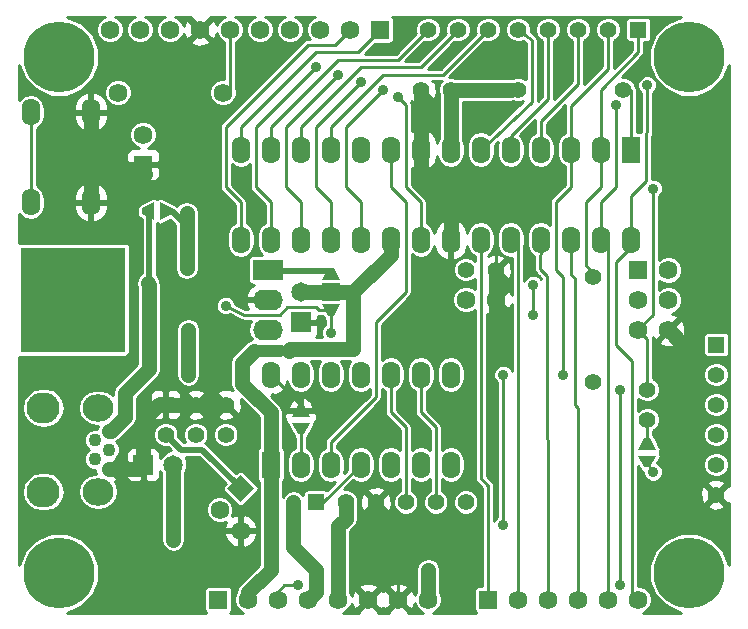
<source format=gbl>
G04 #@! TF.FileFunction,Copper,L2,Bot,Signal*
%FSLAX46Y46*%
G04 Gerber Fmt 4.6, Leading zero omitted, Abs format (unit mm)*
G04 Created by KiCad (PCBNEW 4.0.2-stable) date 2016 March 27, Sunday 01:25:21*
%MOMM*%
G01*
G04 APERTURE LIST*
%ADD10C,0.150000*%
%ADD11R,1.540000X1.540000*%
%ADD12C,1.100000*%
%ADD13O,2.600000X2.300000*%
%ADD14O,2.800000X2.600000*%
%ADD15C,1.588000*%
%ADD16R,1.588000X1.588000*%
%ADD17R,2.540000X1.750000*%
%ADD18O,2.540000X1.750000*%
%ADD19R,8.890000X8.890000*%
%ADD20C,1.397000*%
%ADD21R,1.397000X1.397000*%
%ADD22O,1.574800X2.286000*%
%ADD23R,1.574800X2.286000*%
%ADD24C,6.000000*%
%ADD25R,1.651000X1.651000*%
%ADD26C,1.651000*%
%ADD27C,0.889000*%
%ADD28C,0.254000*%
%ADD29C,0.508000*%
%ADD30C,1.270000*%
G04 APERTURE END LIST*
D10*
G36*
X226945000Y-152535000D02*
X226445000Y-152535000D01*
X225945000Y-151535000D01*
X227445000Y-151535000D01*
X226945000Y-152535000D01*
X226945000Y-152535000D01*
G37*
G36*
X227445000Y-149455000D02*
X225945000Y-149455000D01*
X226445000Y-148455000D01*
X226945000Y-148455000D01*
X227445000Y-149455000D01*
X227445000Y-149455000D01*
G37*
D11*
X226695000Y-150495000D03*
D10*
G36*
X253742000Y-165334000D02*
X253242000Y-165334000D01*
X252742000Y-164334000D01*
X254242000Y-164334000D01*
X253742000Y-165334000D01*
X253742000Y-165334000D01*
G37*
G36*
X254242000Y-163834000D02*
X252742000Y-163834000D01*
X253242000Y-162834000D01*
X253742000Y-162834000D01*
X254242000Y-163834000D01*
X254242000Y-163834000D01*
G37*
D12*
X207910000Y-163830000D03*
X207910000Y-165430000D03*
X206710000Y-164630000D03*
X207910000Y-162230000D03*
X206710000Y-163030000D03*
D13*
X207010000Y-160280000D03*
X207010000Y-167380000D03*
D14*
X202360000Y-167380000D03*
X202360000Y-160280000D03*
D15*
X208661000Y-133604000D03*
X217551000Y-133604000D03*
X210820000Y-137160000D03*
D16*
X210820000Y-139700000D03*
D10*
G36*
X219075000Y-168236835D02*
X217952114Y-167113949D01*
X219075000Y-165991063D01*
X220197886Y-167113949D01*
X219075000Y-168236835D01*
X219075000Y-168236835D01*
G37*
D15*
X217278949Y-168910000D03*
X219075000Y-170706051D03*
X238125000Y-151130000D03*
X240665000Y-151130000D03*
D16*
X252744000Y-148640013D03*
D15*
X255284000Y-148640013D03*
X252744000Y-151180013D03*
X255284000Y-151180013D03*
X252744000Y-153720013D03*
X255284000Y-153720013D03*
D16*
X230886000Y-128270000D03*
D15*
X228346000Y-128270000D03*
X225806000Y-128270000D03*
X223266000Y-128270000D03*
X220726000Y-128270000D03*
X218186000Y-128270000D03*
X215646000Y-128270000D03*
X213106000Y-128270000D03*
X210566000Y-128270000D03*
X208026000Y-128270000D03*
D16*
X240030000Y-176530000D03*
D15*
X242570000Y-176530000D03*
X245110000Y-176530000D03*
X247650000Y-176530000D03*
X250190000Y-176530000D03*
X252730000Y-176530000D03*
D16*
X217170000Y-176530000D03*
D15*
X219710000Y-176530000D03*
X222250000Y-176530000D03*
X224790000Y-176530000D03*
X227330000Y-176530000D03*
X229870000Y-176530000D03*
X232410000Y-176530000D03*
X234950000Y-176530000D03*
D17*
X221361000Y-148590000D03*
D18*
X221361000Y-153670000D03*
X221361000Y-151130000D03*
D19*
X204851000Y-151130000D03*
D20*
X215265000Y-162560000D03*
X215265000Y-160020000D03*
X217805000Y-162560000D03*
X217805000Y-160020000D03*
X236855000Y-133350000D03*
X234315000Y-133350000D03*
X238125000Y-148590000D03*
X240665000Y-148590000D03*
X253492000Y-158750000D03*
X253492000Y-161290000D03*
D21*
X212725000Y-160020000D03*
D20*
X212725000Y-162560000D03*
D10*
G36*
X224405000Y-162540000D02*
X223905000Y-162540000D01*
X223405000Y-161540000D01*
X224905000Y-161540000D01*
X224405000Y-162540000D01*
X224405000Y-162540000D01*
G37*
G36*
X224905000Y-161040000D02*
X223405000Y-161040000D01*
X223905000Y-160040000D01*
X224405000Y-160040000D01*
X224905000Y-161040000D01*
X224905000Y-161040000D01*
G37*
D21*
X252730000Y-128270000D03*
D20*
X250190000Y-128270000D03*
X247650000Y-128270000D03*
X245110000Y-128270000D03*
X242570000Y-128270000D03*
X240030000Y-128270000D03*
X237490000Y-128270000D03*
X234950000Y-128270000D03*
D21*
X259334000Y-154940000D03*
D20*
X259334000Y-157480000D03*
X259334000Y-160020000D03*
X259334000Y-162560000D03*
X259334000Y-165100000D03*
X259334000Y-167640000D03*
D21*
X225425000Y-168275000D03*
D20*
X227965000Y-168275000D03*
X230505000Y-168275000D03*
X233045000Y-168275000D03*
X235585000Y-168275000D03*
X238125000Y-168275000D03*
X251460000Y-133350000D03*
X242570000Y-133350000D03*
X248920000Y-149225000D03*
X248920000Y-158115000D03*
D22*
X201295000Y-135255000D03*
X206375000Y-135255000D03*
X201295000Y-142875000D03*
X206375000Y-142875000D03*
D23*
X221615000Y-165100000D03*
D22*
X224155000Y-165100000D03*
X226695000Y-165100000D03*
X229235000Y-165100000D03*
X231775000Y-165100000D03*
X234315000Y-165100000D03*
X236855000Y-165100000D03*
X236855000Y-157480000D03*
X234315000Y-157480000D03*
X231775000Y-157480000D03*
X229235000Y-157480000D03*
X226695000Y-157480000D03*
X224155000Y-157480000D03*
X221615000Y-157480000D03*
X249555000Y-138430000D03*
X247015000Y-138430000D03*
X244475000Y-138430000D03*
X241935000Y-138430000D03*
X239395000Y-138430000D03*
X236855000Y-138430000D03*
X234315000Y-138430000D03*
X231775000Y-138430000D03*
X229235000Y-138430000D03*
X226695000Y-138430000D03*
X224155000Y-138430000D03*
X221615000Y-138430000D03*
X219075000Y-138430000D03*
D23*
X252095000Y-138430000D03*
D22*
X219075000Y-146050000D03*
X221615000Y-146050000D03*
X224155000Y-146050000D03*
X226695000Y-146050000D03*
X229235000Y-146050000D03*
X231775000Y-146050000D03*
X234315000Y-146050000D03*
X236855000Y-146050000D03*
X239395000Y-146050000D03*
X241935000Y-146050000D03*
X244475000Y-146050000D03*
X247015000Y-146050000D03*
X249555000Y-146050000D03*
X252095000Y-146050000D03*
D24*
X203708000Y-130556000D03*
X257048000Y-130556000D03*
X203708000Y-174244000D03*
X257048000Y-174244000D03*
D25*
X224155000Y-153035000D03*
D26*
X224155000Y-150495000D03*
D25*
X210820000Y-165100000D03*
D26*
X213360000Y-165100000D03*
D10*
G36*
X210701000Y-143887000D02*
X210701000Y-143387000D01*
X211701000Y-142887000D01*
X211701000Y-144387000D01*
X210701000Y-143887000D01*
X210701000Y-143887000D01*
G37*
G36*
X212225000Y-144387000D02*
X212225000Y-142887000D01*
X213225000Y-143387000D01*
X213225000Y-143887000D01*
X212225000Y-144387000D01*
X212225000Y-144387000D01*
G37*
D27*
X221615000Y-170307000D03*
X227330000Y-170307000D03*
X246380000Y-157480000D03*
X225425000Y-131445000D03*
X227330000Y-132080000D03*
X243840000Y-152400000D03*
X243840000Y-149860000D03*
X229235000Y-132715000D03*
X231140000Y-133350000D03*
X250825000Y-134620000D03*
X253492000Y-132969000D03*
X232410000Y-133985000D03*
X241300000Y-157480000D03*
X241300000Y-170180000D03*
X254000000Y-165735000D03*
X214630000Y-153670000D03*
X234950000Y-173990000D03*
X214630000Y-157480000D03*
X213360000Y-171450000D03*
X211328000Y-149860000D03*
X251206000Y-175260000D03*
X251206000Y-158750000D03*
X223901000Y-175260000D03*
X254000000Y-141732000D03*
X230505000Y-171958000D03*
X232410000Y-171958000D03*
X256540000Y-167640000D03*
X256540000Y-155575000D03*
X241300000Y-155575000D03*
X214503000Y-148463000D03*
X226695000Y-153924000D03*
X217805000Y-151638000D03*
X223520000Y-168275000D03*
D28*
X220218000Y-155448000D02*
X220599000Y-155829000D01*
X220599000Y-155829000D02*
X222377000Y-155829000D01*
X222377000Y-155829000D02*
X222758000Y-155448000D01*
X222758000Y-155448000D02*
X223139000Y-155448000D01*
X222504000Y-155067000D02*
X220472000Y-155067000D01*
X220472000Y-155067000D02*
X220218000Y-155321000D01*
X220218000Y-155321000D02*
X220218000Y-155448000D01*
X223139000Y-155448000D02*
X222885000Y-155448000D01*
X222885000Y-155448000D02*
X222504000Y-155067000D01*
D29*
X223139000Y-155448000D02*
X220218000Y-155448000D01*
D30*
X223139000Y-155448000D02*
X223266000Y-155321000D01*
X219202000Y-156464000D02*
X220218000Y-155448000D01*
X219202000Y-156972000D02*
X219202000Y-156464000D01*
X221615000Y-160655000D02*
X221615000Y-165100000D01*
X221615000Y-160655000D02*
X219202000Y-158242000D01*
X219202000Y-158242000D02*
X219202000Y-156972000D01*
X219202000Y-156972000D02*
X219202000Y-156845000D01*
X231775000Y-147320000D02*
X231775000Y-146050000D01*
X221615000Y-170307000D02*
X221615000Y-173990000D01*
X219710000Y-175895000D02*
X221615000Y-173990000D01*
X219710000Y-175895000D02*
X219710000Y-176530000D01*
X227965000Y-168275000D02*
X227965000Y-169672000D01*
X227965000Y-169672000D02*
X227330000Y-170307000D01*
X227330000Y-176530000D02*
X227330000Y-170307000D01*
X221615000Y-170307000D02*
X221615000Y-165100000D01*
X236855000Y-133350000D02*
X241935000Y-133350000D01*
X236855000Y-138430000D02*
X236855000Y-133350000D01*
X231775000Y-147320000D02*
X228600000Y-150495000D01*
X223266000Y-155321000D02*
X228600000Y-155321000D01*
X228600000Y-153035000D02*
X228600000Y-150495000D01*
X228600000Y-155321000D02*
X228600000Y-153035000D01*
D28*
X224155000Y-150495000D02*
X226695000Y-150495000D01*
D30*
X224155000Y-150495000D02*
X228600000Y-150495000D01*
D28*
X248285000Y-146812000D02*
X248285000Y-148209000D01*
X249555000Y-141605000D02*
X248285000Y-142875000D01*
X248285000Y-142875000D02*
X248285000Y-146812000D01*
X249555000Y-138430000D02*
X249555000Y-141605000D01*
X248285000Y-148209000D02*
X248666000Y-148590000D01*
X252730000Y-128270000D02*
X252730000Y-130175000D01*
X252730000Y-130175000D02*
X249555000Y-133350000D01*
X249555000Y-133350000D02*
X249555000Y-138430000D01*
X246380000Y-149225000D02*
X246380000Y-153670000D01*
X245745000Y-148590000D02*
X246380000Y-149225000D01*
X247015000Y-141605000D02*
X245745000Y-142875000D01*
X245745000Y-142875000D02*
X245745000Y-148590000D01*
X247015000Y-138430000D02*
X247015000Y-141605000D01*
X247015000Y-134747000D02*
X247015000Y-138430000D01*
X250190000Y-131572000D02*
X247015000Y-134747000D01*
X250190000Y-128270000D02*
X250190000Y-131572000D01*
X246380000Y-157480000D02*
X246380000Y-153670000D01*
X225425000Y-131445000D02*
X221615000Y-135255000D01*
X220345000Y-136525000D02*
X221615000Y-135255000D01*
X221615000Y-142875000D02*
X220345000Y-141605000D01*
X220345000Y-141605000D02*
X220345000Y-136525000D01*
X221615000Y-142875000D02*
X221615000Y-146050000D01*
X222885000Y-136525000D02*
X227330000Y-132080000D01*
X222885000Y-136525000D02*
X222885000Y-139065000D01*
X224155000Y-142875000D02*
X222885000Y-141605000D01*
X222885000Y-141605000D02*
X222885000Y-139065000D01*
X224155000Y-142875000D02*
X224155000Y-146050000D01*
X243840000Y-152400000D02*
X243840000Y-149860000D01*
X225425000Y-136525000D02*
X229235000Y-132715000D01*
X225425000Y-141605000D02*
X225425000Y-136525000D01*
X226695000Y-142875000D02*
X226695000Y-146050000D01*
X226695000Y-142875000D02*
X225425000Y-141605000D01*
X218186000Y-128270000D02*
X218186000Y-133604000D01*
X229235000Y-142875000D02*
X227965000Y-141605000D01*
X227965000Y-141605000D02*
X227965000Y-136525000D01*
X227965000Y-136525000D02*
X231140000Y-133350000D01*
X229235000Y-142875000D02*
X229235000Y-146050000D01*
X240030000Y-166878000D02*
X240030000Y-176530000D01*
X239395000Y-146050000D02*
X239395000Y-166243000D01*
X239395000Y-166243000D02*
X240030000Y-166878000D01*
X241935000Y-146050000D02*
X241935000Y-145923000D01*
X242570000Y-146685000D02*
X242570000Y-176530000D01*
X241935000Y-145923000D02*
X242570000Y-146685000D01*
X245046500Y-149161500D02*
X245110000Y-176530000D01*
X245110000Y-176530000D02*
X245110000Y-174625000D01*
X244475000Y-146050000D02*
X244411500Y-148526500D01*
X244411500Y-148526500D02*
X245046500Y-149161500D01*
X247015000Y-146050000D02*
X247015000Y-148971000D01*
X247650000Y-160274000D02*
X247396000Y-160020000D01*
X247396000Y-160020000D02*
X247396000Y-156972000D01*
X247650000Y-160274000D02*
X247650000Y-176530000D01*
X247396000Y-149352000D02*
X247396000Y-156972000D01*
X247015000Y-148971000D02*
X247396000Y-149352000D01*
X249555000Y-142875000D02*
X249555000Y-146050000D01*
X250825000Y-141605000D02*
X249555000Y-142875000D01*
X250825000Y-134620000D02*
X250825000Y-141605000D01*
X250190000Y-176530000D02*
X250190000Y-146685000D01*
X249555000Y-146050000D02*
X249555000Y-146050000D01*
X250190000Y-146685000D02*
X249555000Y-146050000D01*
X252730000Y-176530000D02*
X252222000Y-176022000D01*
X252095000Y-146685000D02*
X250825000Y-147955000D01*
X250825000Y-147955000D02*
X250825000Y-154940000D01*
X250825000Y-154940000D02*
X252222000Y-156337000D01*
X252222000Y-156337000D02*
X252222000Y-176022000D01*
X252095000Y-146685000D02*
X252095000Y-146050000D01*
X252095000Y-142367000D02*
X252095000Y-146050000D01*
X253365000Y-141097000D02*
X252095000Y-142367000D01*
X253492000Y-132969000D02*
X253365000Y-141097000D01*
X244475000Y-136017000D02*
X244475000Y-138430000D01*
X247650000Y-128270000D02*
X247650000Y-132842000D01*
X247650000Y-132842000D02*
X244475000Y-136017000D01*
X241935000Y-137287000D02*
X241935000Y-138430000D01*
X245110000Y-128270000D02*
X245110000Y-134112000D01*
X245110000Y-134112000D02*
X241935000Y-137287000D01*
X242570000Y-128270000D02*
X243713000Y-129159000D01*
X243713000Y-134366000D02*
X239395000Y-138430000D01*
X243713000Y-129159000D02*
X243713000Y-134366000D01*
X226695000Y-138430000D02*
X226695000Y-136525000D01*
X236855000Y-131445000D02*
X236220000Y-132080000D01*
X236220000Y-132080000D02*
X231140000Y-132080000D01*
X236855000Y-131445000D02*
X240030000Y-128270000D01*
X229870000Y-133350000D02*
X231140000Y-132080000D01*
X226695000Y-136525000D02*
X229870000Y-133350000D01*
X224155000Y-136525000D02*
X224155000Y-138430000D01*
X229235000Y-131445000D02*
X224155000Y-136525000D01*
X234315000Y-131445000D02*
X229235000Y-131445000D01*
X237490000Y-128270000D02*
X235585000Y-130175000D01*
X235585000Y-130175000D02*
X234315000Y-131445000D01*
X221615000Y-136525000D02*
X221615000Y-138430000D01*
X227330000Y-130810000D02*
X232410000Y-130810000D01*
X234950000Y-128270000D02*
X232410000Y-130810000D01*
X221615000Y-136525000D02*
X227330000Y-130810000D01*
X228981000Y-130175000D02*
X230886000Y-128270000D01*
X219075000Y-138430000D02*
X219075000Y-136525000D01*
X219075000Y-136525000D02*
X225425000Y-130175000D01*
X225425000Y-130175000D02*
X228981000Y-130175000D01*
X217805000Y-141605000D02*
X217805000Y-136525000D01*
X224790000Y-129540000D02*
X227076000Y-129540000D01*
X224790000Y-129540000D02*
X217805000Y-136525000D01*
X219075000Y-146050000D02*
X219075000Y-142875000D01*
X219075000Y-142875000D02*
X217805000Y-141605000D01*
X227076000Y-129540000D02*
X228346000Y-128270000D01*
X233045000Y-134620000D02*
X232410000Y-133985000D01*
X234315000Y-142875000D02*
X233045000Y-141605000D01*
X234315000Y-146050000D02*
X234315000Y-142875000D01*
X233045000Y-141605000D02*
X233045000Y-134620000D01*
X235585000Y-168275000D02*
X235585000Y-161925000D01*
X234315000Y-160655000D02*
X234315000Y-157480000D01*
X235585000Y-161925000D02*
X234315000Y-160655000D01*
X231775000Y-157480000D02*
X231775000Y-160655000D01*
X233045000Y-161925000D02*
X233045000Y-168275000D01*
X231775000Y-160655000D02*
X233045000Y-161925000D01*
X241300000Y-170180000D02*
X241300000Y-157480000D01*
X253492000Y-164834000D02*
X253377000Y-164834000D01*
X253377000Y-164834000D02*
X254000000Y-165735000D01*
D30*
X214630000Y-153670000D02*
X214630000Y-157480000D01*
X234950000Y-176530000D02*
X234950000Y-173990000D01*
X213360000Y-171450000D02*
X213360000Y-165100000D01*
D29*
X211328000Y-149860000D02*
X211328000Y-143764000D01*
X211328000Y-143764000D02*
X211201000Y-143637000D01*
D30*
X211201000Y-149733000D02*
X211328000Y-149860000D01*
X209296000Y-159512000D02*
X209296000Y-159004000D01*
X209296000Y-161036000D02*
X209296000Y-159512000D01*
X208102000Y-162230000D02*
X209296000Y-161036000D01*
X211328000Y-156972000D02*
X211328000Y-149860000D01*
X209296000Y-159004000D02*
X211328000Y-156972000D01*
X207910000Y-162230000D02*
X208102000Y-162230000D01*
D28*
X207910000Y-162230000D02*
X207910000Y-162168000D01*
X229235000Y-165100000D02*
X226060000Y-168275000D01*
X226060000Y-168275000D02*
X225425000Y-168275000D01*
X253492000Y-158750000D02*
X253492000Y-154468013D01*
X253492000Y-154468013D02*
X252744000Y-153720013D01*
X251206000Y-175260000D02*
X251206000Y-158750000D01*
X222250000Y-175895000D02*
X222250000Y-176530000D01*
X222758000Y-175260000D02*
X222250000Y-175895000D01*
X223901000Y-175260000D02*
X222758000Y-175260000D01*
X252744000Y-153720013D02*
X252744000Y-153656000D01*
X254000000Y-152400000D02*
X254000000Y-141732000D01*
X252744000Y-153656000D02*
X254000000Y-152400000D01*
X252095000Y-133350000D02*
X252095000Y-138430000D01*
X201295000Y-142875000D02*
X201295000Y-135255000D01*
D30*
X210820000Y-165100000D02*
X210820000Y-161290000D01*
X210490000Y-165430000D02*
X210820000Y-165100000D01*
X256540000Y-167640000D02*
X256540000Y-161925000D01*
X256540000Y-154940000D02*
X256540000Y-161925000D01*
X230505000Y-168275000D02*
X230505000Y-171958000D01*
D28*
X232410000Y-176530000D02*
X232410000Y-171958000D01*
X224155000Y-160540000D02*
X224155000Y-160020000D01*
X224155000Y-160020000D02*
X221615000Y-157480000D01*
D30*
X210820000Y-161290000D02*
X212090000Y-160020000D01*
X234315000Y-138430000D02*
X234315000Y-133350000D01*
X207910000Y-165430000D02*
X210490000Y-165430000D01*
D28*
X236855000Y-142875000D02*
X238760000Y-142875000D01*
X238760000Y-142875000D02*
X240665000Y-144780000D01*
X240665000Y-148590000D02*
X240665000Y-145415000D01*
X240665000Y-145415000D02*
X240665000Y-144780000D01*
D30*
X240665000Y-151130000D02*
X240665000Y-154940000D01*
X256540000Y-155575000D02*
X256540000Y-154940000D01*
X240665000Y-154940000D02*
X241300000Y-155575000D01*
X255320013Y-153720013D02*
X256540000Y-154940000D01*
X255320013Y-153720013D02*
X255284000Y-153720013D01*
X234315000Y-138430000D02*
X234315000Y-140335000D01*
X234315000Y-140335000D02*
X236855000Y-142875000D01*
X236855000Y-142875000D02*
X236855000Y-142875000D01*
X236855000Y-142875000D02*
X236855000Y-146050000D01*
X215265000Y-160020000D02*
X212090000Y-160020000D01*
X210947000Y-140462000D02*
X206375000Y-140335000D01*
X206375000Y-135255000D02*
X206375000Y-140335000D01*
X206375000Y-140335000D02*
X206375000Y-142875000D01*
X217805000Y-160020000D02*
X215265000Y-160020000D01*
X240665000Y-148590000D02*
X240665000Y-151130000D01*
D28*
X253492000Y-161290000D02*
X253492000Y-163334000D01*
D29*
X212725000Y-143637000D02*
X213233000Y-143637000D01*
X213233000Y-143637000D02*
X214503000Y-144907000D01*
D30*
X214503000Y-143764000D02*
X214503000Y-144907000D01*
X214503000Y-144907000D02*
X214503000Y-148463000D01*
D28*
X226695000Y-153924000D02*
X226695000Y-152908000D01*
X226695000Y-152035000D02*
X225695000Y-152035000D01*
X225695000Y-152035000D02*
X225425000Y-151765000D01*
X225425000Y-151765000D02*
X223012000Y-151765000D01*
X223012000Y-151765000D02*
X222377000Y-152400000D01*
X222377000Y-152400000D02*
X219329000Y-152400000D01*
X219329000Y-152400000D02*
X217805000Y-151638000D01*
X226695000Y-152908000D02*
X226695000Y-152035000D01*
D29*
X226695000Y-148745000D02*
X221770000Y-148745000D01*
X221770000Y-148745000D02*
X221615000Y-148590000D01*
D28*
X224155000Y-165100000D02*
X224155000Y-162040000D01*
X233045000Y-142875000D02*
X233045000Y-150495000D01*
X230505000Y-159385000D02*
X226695000Y-163195000D01*
X226695000Y-165100000D02*
X226695000Y-163195000D01*
X231775000Y-141605000D02*
X233045000Y-142875000D01*
X231775000Y-141605000D02*
X231775000Y-138430000D01*
X230505000Y-153035000D02*
X230505000Y-159385000D01*
X233045000Y-150495000D02*
X230505000Y-153035000D01*
D29*
X212725000Y-162560000D02*
X213995000Y-163830000D01*
X215791051Y-163830000D02*
X219075000Y-167113949D01*
X213995000Y-163830000D02*
X215791051Y-163830000D01*
D30*
X224790000Y-176530000D02*
X225425000Y-175895000D01*
X223520000Y-172085000D02*
X223520000Y-168275000D01*
X225425000Y-173990000D02*
X223520000Y-172085000D01*
X225425000Y-175895000D02*
X225425000Y-173990000D01*
D28*
G36*
X235940378Y-132737714D02*
X235775687Y-133134332D01*
X235775313Y-133563784D01*
X235839000Y-133717918D01*
X235839000Y-137502440D01*
X235775539Y-137597416D01*
X235718641Y-137883464D01*
X235580525Y-137412738D01*
X235230986Y-136978809D01*
X234741996Y-136711673D01*
X234662060Y-136694990D01*
X234442000Y-136817148D01*
X234442000Y-138303000D01*
X234462000Y-138303000D01*
X234462000Y-138557000D01*
X234442000Y-138557000D01*
X234442000Y-140042852D01*
X234662060Y-140165010D01*
X234741996Y-140148327D01*
X235230986Y-139881191D01*
X235580525Y-139447262D01*
X235718641Y-138976536D01*
X235775539Y-139262584D01*
X236028816Y-139641641D01*
X236407873Y-139894918D01*
X236855000Y-139983857D01*
X237302127Y-139894918D01*
X237681184Y-139641641D01*
X237934461Y-139262584D01*
X238023400Y-138815457D01*
X238023400Y-138044543D01*
X237934461Y-137597416D01*
X237871000Y-137502440D01*
X237871000Y-134366000D01*
X241935000Y-134366000D01*
X242115428Y-134330111D01*
X242354332Y-134429313D01*
X242783784Y-134429687D01*
X242998295Y-134341053D01*
X240057420Y-137108936D01*
X239842127Y-136965082D01*
X239395000Y-136876143D01*
X238947873Y-136965082D01*
X238568816Y-137218359D01*
X238315539Y-137597416D01*
X238226600Y-138044543D01*
X238226600Y-138815457D01*
X238315539Y-139262584D01*
X238568816Y-139641641D01*
X238947873Y-139894918D01*
X239395000Y-139983857D01*
X239842127Y-139894918D01*
X240221184Y-139641641D01*
X240474461Y-139262584D01*
X240563400Y-138815457D01*
X240563400Y-138044543D01*
X240560618Y-138030558D01*
X240817467Y-137788818D01*
X240766600Y-138044543D01*
X240766600Y-138815457D01*
X240855539Y-139262584D01*
X241108816Y-139641641D01*
X241487873Y-139894918D01*
X241935000Y-139983857D01*
X242382127Y-139894918D01*
X242761184Y-139641641D01*
X243014461Y-139262584D01*
X243103400Y-138815457D01*
X243103400Y-138044543D01*
X243014461Y-137597416D01*
X242761184Y-137218359D01*
X242737731Y-137202689D01*
X243977821Y-135962599D01*
X243967000Y-136017000D01*
X243967000Y-137005756D01*
X243648816Y-137218359D01*
X243395539Y-137597416D01*
X243306600Y-138044543D01*
X243306600Y-138815457D01*
X243395539Y-139262584D01*
X243648816Y-139641641D01*
X244027873Y-139894918D01*
X244475000Y-139983857D01*
X244922127Y-139894918D01*
X245301184Y-139641641D01*
X245554461Y-139262584D01*
X245643400Y-138815457D01*
X245643400Y-138044543D01*
X245554461Y-137597416D01*
X245301184Y-137218359D01*
X244983000Y-137005756D01*
X244983000Y-136227420D01*
X246517821Y-134692599D01*
X246507000Y-134747000D01*
X246507000Y-137005756D01*
X246188816Y-137218359D01*
X245935539Y-137597416D01*
X245846600Y-138044543D01*
X245846600Y-138815457D01*
X245935539Y-139262584D01*
X246188816Y-139641641D01*
X246507000Y-139854244D01*
X246507000Y-141394580D01*
X245385790Y-142515790D01*
X245275669Y-142680597D01*
X245237000Y-142875000D01*
X245237000Y-144795473D01*
X244922127Y-144585082D01*
X244475000Y-144496143D01*
X244027873Y-144585082D01*
X243648816Y-144838359D01*
X243395539Y-145217416D01*
X243306600Y-145664543D01*
X243306600Y-146435457D01*
X243395539Y-146882584D01*
X243648816Y-147261641D01*
X243930932Y-147450144D01*
X243903667Y-148513479D01*
X243904792Y-148520005D01*
X243903500Y-148526500D01*
X243921588Y-148617434D01*
X243937340Y-148708809D01*
X243940877Y-148714408D01*
X243942169Y-148720903D01*
X243993688Y-148798006D01*
X244043201Y-148876384D01*
X244048610Y-148880202D01*
X244052290Y-148885710D01*
X244538988Y-149372408D01*
X244539033Y-149391800D01*
X244308219Y-149160583D01*
X244004923Y-149034643D01*
X243676518Y-149034357D01*
X243373002Y-149159767D01*
X243140583Y-149391781D01*
X243078000Y-149542497D01*
X243078000Y-146685000D01*
X243065881Y-146624076D01*
X243103400Y-146435457D01*
X243103400Y-145664543D01*
X243014461Y-145217416D01*
X242761184Y-144838359D01*
X242382127Y-144585082D01*
X241935000Y-144496143D01*
X241487873Y-144585082D01*
X241108816Y-144838359D01*
X240855539Y-145217416D01*
X240766600Y-145664543D01*
X240766600Y-146435457D01*
X240855539Y-146882584D01*
X241108816Y-147261641D01*
X241332969Y-147411415D01*
X240857520Y-147244073D01*
X240327801Y-147272852D01*
X240003148Y-147407327D01*
X240221184Y-147261641D01*
X240474461Y-146882584D01*
X240563400Y-146435457D01*
X240563400Y-145664543D01*
X240474461Y-145217416D01*
X240221184Y-144838359D01*
X239842127Y-144585082D01*
X239395000Y-144496143D01*
X238947873Y-144585082D01*
X238568816Y-144838359D01*
X238315539Y-145217416D01*
X238258641Y-145503464D01*
X238120525Y-145032738D01*
X237770986Y-144598809D01*
X237281996Y-144331673D01*
X237202060Y-144314990D01*
X236982000Y-144437148D01*
X236982000Y-145923000D01*
X237002000Y-145923000D01*
X237002000Y-146177000D01*
X236982000Y-146177000D01*
X236982000Y-147662852D01*
X237202060Y-147785010D01*
X237281996Y-147768327D01*
X237770986Y-147501191D01*
X238120525Y-147067262D01*
X238258641Y-146596536D01*
X238315539Y-146882584D01*
X238568816Y-147261641D01*
X238887000Y-147474244D01*
X238887000Y-147825354D01*
X238737286Y-147675378D01*
X238340668Y-147510687D01*
X237911216Y-147510313D01*
X237514311Y-147674311D01*
X237210378Y-147977714D01*
X237045687Y-148374332D01*
X237045313Y-148803784D01*
X237209311Y-149200689D01*
X237512714Y-149504622D01*
X237909332Y-149669313D01*
X238338784Y-149669687D01*
X238735689Y-149505689D01*
X238887000Y-149354642D01*
X238887000Y-150230178D01*
X238791453Y-150134464D01*
X238359747Y-149955204D01*
X237892303Y-149954796D01*
X237460285Y-150133302D01*
X237129464Y-150463547D01*
X236950204Y-150895253D01*
X236949796Y-151362697D01*
X237128302Y-151794715D01*
X237458547Y-152125536D01*
X237890253Y-152304796D01*
X238357697Y-152305204D01*
X238789715Y-152126698D01*
X238887000Y-152029582D01*
X238887000Y-166243000D01*
X238925669Y-166437403D01*
X239035790Y-166602210D01*
X239522000Y-167088421D01*
X239522000Y-175347536D01*
X239236000Y-175347536D01*
X239094810Y-175374103D01*
X238965135Y-175457546D01*
X238878141Y-175584866D01*
X238847536Y-175736000D01*
X238847536Y-177324000D01*
X238874103Y-177465190D01*
X238957546Y-177594865D01*
X238998723Y-177623000D01*
X235381646Y-177623000D01*
X235614715Y-177526698D01*
X235945536Y-177196453D01*
X236124796Y-176764747D01*
X236125204Y-176297303D01*
X235966000Y-175911999D01*
X235966000Y-173990000D01*
X235888662Y-173601194D01*
X235668420Y-173271580D01*
X235338806Y-173051338D01*
X234950000Y-172974000D01*
X234561194Y-173051338D01*
X234231580Y-173271580D01*
X234011338Y-173601194D01*
X233934000Y-173990000D01*
X233934000Y-175912830D01*
X233823752Y-176178337D01*
X233823712Y-176177507D01*
X233658896Y-175779604D01*
X233413398Y-175706207D01*
X232589605Y-176530000D01*
X233413398Y-177353793D01*
X233658896Y-177280396D01*
X233812234Y-176853303D01*
X233953302Y-177194715D01*
X234283547Y-177525536D01*
X234518266Y-177623000D01*
X233207005Y-177623000D01*
X233233793Y-177533398D01*
X232410000Y-176709605D01*
X231586207Y-177533398D01*
X231612995Y-177623000D01*
X230667005Y-177623000D01*
X230693793Y-177533398D01*
X229870000Y-176709605D01*
X229046207Y-177533398D01*
X229072995Y-177623000D01*
X227761646Y-177623000D01*
X227994715Y-177526698D01*
X228325536Y-177196453D01*
X228456248Y-176881663D01*
X228456288Y-176882493D01*
X228621104Y-177280396D01*
X228866602Y-177353793D01*
X229690395Y-176530000D01*
X230049605Y-176530000D01*
X230873398Y-177353793D01*
X231118896Y-177280396D01*
X231138494Y-177225810D01*
X231161104Y-177280396D01*
X231406602Y-177353793D01*
X232230395Y-176530000D01*
X231406602Y-175706207D01*
X231161104Y-175779604D01*
X231141506Y-175834190D01*
X231118896Y-175779604D01*
X230873398Y-175706207D01*
X230049605Y-176530000D01*
X229690395Y-176530000D01*
X228866602Y-175706207D01*
X228621104Y-175779604D01*
X228467766Y-176206697D01*
X228346000Y-175911999D01*
X228346000Y-175526602D01*
X229046207Y-175526602D01*
X229870000Y-176350395D01*
X230693793Y-175526602D01*
X231586207Y-175526602D01*
X232410000Y-176350395D01*
X233233793Y-175526602D01*
X233160396Y-175281104D01*
X232625343Y-175089006D01*
X232057507Y-175116288D01*
X231659604Y-175281104D01*
X231586207Y-175526602D01*
X230693793Y-175526602D01*
X230620396Y-175281104D01*
X230085343Y-175089006D01*
X229517507Y-175116288D01*
X229119604Y-175281104D01*
X229046207Y-175526602D01*
X228346000Y-175526602D01*
X228346000Y-170727840D01*
X228683421Y-170390420D01*
X228903662Y-170060807D01*
X228981000Y-169672000D01*
X228981000Y-169209188D01*
X229750417Y-169209188D01*
X229812071Y-169444800D01*
X230312480Y-169620927D01*
X230842199Y-169592148D01*
X231197929Y-169444800D01*
X231259583Y-169209188D01*
X230505000Y-168454605D01*
X229750417Y-169209188D01*
X228981000Y-169209188D01*
X228981000Y-168643142D01*
X229044313Y-168490668D01*
X229044668Y-168082480D01*
X229159073Y-168082480D01*
X229187852Y-168612199D01*
X229335200Y-168967929D01*
X229570812Y-169029583D01*
X230325395Y-168275000D01*
X230684605Y-168275000D01*
X231439188Y-169029583D01*
X231674800Y-168967929D01*
X231850927Y-168467520D01*
X231822148Y-167937801D01*
X231674800Y-167582071D01*
X231439188Y-167520417D01*
X230684605Y-168275000D01*
X230325395Y-168275000D01*
X229570812Y-167520417D01*
X229335200Y-167582071D01*
X229159073Y-168082480D01*
X229044668Y-168082480D01*
X229044687Y-168061216D01*
X228880689Y-167664311D01*
X228577286Y-167360378D01*
X228530167Y-167340812D01*
X229750417Y-167340812D01*
X230505000Y-168095395D01*
X231259583Y-167340812D01*
X231197929Y-167105200D01*
X230697520Y-166929073D01*
X230167801Y-166957852D01*
X229812071Y-167105200D01*
X229750417Y-167340812D01*
X228530167Y-167340812D01*
X228180668Y-167195687D01*
X227858014Y-167195406D01*
X228608413Y-166445007D01*
X228787873Y-166564918D01*
X229235000Y-166653857D01*
X229682127Y-166564918D01*
X230061184Y-166311641D01*
X230314461Y-165932584D01*
X230403400Y-165485457D01*
X230403400Y-164714543D01*
X230314461Y-164267416D01*
X230061184Y-163888359D01*
X229682127Y-163635082D01*
X229235000Y-163546143D01*
X228787873Y-163635082D01*
X228408816Y-163888359D01*
X228155539Y-164267416D01*
X228066600Y-164714543D01*
X228066600Y-165485457D01*
X228077305Y-165539275D01*
X227796924Y-165819656D01*
X227863400Y-165485457D01*
X227863400Y-164714543D01*
X227774461Y-164267416D01*
X227521184Y-163888359D01*
X227203000Y-163675756D01*
X227203000Y-163405420D01*
X230864210Y-159744210D01*
X230974331Y-159579403D01*
X231013000Y-159385000D01*
X231013000Y-158734527D01*
X231267000Y-158904244D01*
X231267000Y-160655000D01*
X231305669Y-160849403D01*
X231415790Y-161014210D01*
X232537000Y-162135420D01*
X232537000Y-163845473D01*
X232222127Y-163635082D01*
X231775000Y-163546143D01*
X231327873Y-163635082D01*
X230948816Y-163888359D01*
X230695539Y-164267416D01*
X230606600Y-164714543D01*
X230606600Y-165485457D01*
X230695539Y-165932584D01*
X230948816Y-166311641D01*
X231327873Y-166564918D01*
X231775000Y-166653857D01*
X232222127Y-166564918D01*
X232537000Y-166354527D01*
X232537000Y-167316881D01*
X232434311Y-167359311D01*
X232130378Y-167662714D01*
X231965687Y-168059332D01*
X231965313Y-168488784D01*
X232129311Y-168885689D01*
X232432714Y-169189622D01*
X232829332Y-169354313D01*
X233258784Y-169354687D01*
X233655689Y-169190689D01*
X233959622Y-168887286D01*
X234124313Y-168490668D01*
X234124687Y-168061216D01*
X233960689Y-167664311D01*
X233657286Y-167360378D01*
X233553000Y-167317074D01*
X233553000Y-166354527D01*
X233867873Y-166564918D01*
X234315000Y-166653857D01*
X234762127Y-166564918D01*
X235077000Y-166354527D01*
X235077000Y-167316881D01*
X234974311Y-167359311D01*
X234670378Y-167662714D01*
X234505687Y-168059332D01*
X234505313Y-168488784D01*
X234669311Y-168885689D01*
X234972714Y-169189622D01*
X235369332Y-169354313D01*
X235798784Y-169354687D01*
X236195689Y-169190689D01*
X236499622Y-168887286D01*
X236664313Y-168490668D01*
X236664314Y-168488784D01*
X237045313Y-168488784D01*
X237209311Y-168885689D01*
X237512714Y-169189622D01*
X237909332Y-169354313D01*
X238338784Y-169354687D01*
X238735689Y-169190689D01*
X239039622Y-168887286D01*
X239204313Y-168490668D01*
X239204687Y-168061216D01*
X239040689Y-167664311D01*
X238737286Y-167360378D01*
X238340668Y-167195687D01*
X237911216Y-167195313D01*
X237514311Y-167359311D01*
X237210378Y-167662714D01*
X237045687Y-168059332D01*
X237045313Y-168488784D01*
X236664314Y-168488784D01*
X236664687Y-168061216D01*
X236500689Y-167664311D01*
X236197286Y-167360378D01*
X236093000Y-167317074D01*
X236093000Y-166354527D01*
X236407873Y-166564918D01*
X236855000Y-166653857D01*
X237302127Y-166564918D01*
X237681184Y-166311641D01*
X237934461Y-165932584D01*
X238023400Y-165485457D01*
X238023400Y-164714543D01*
X237934461Y-164267416D01*
X237681184Y-163888359D01*
X237302127Y-163635082D01*
X236855000Y-163546143D01*
X236407873Y-163635082D01*
X236093000Y-163845473D01*
X236093000Y-161925000D01*
X236054331Y-161730597D01*
X236054331Y-161730596D01*
X235944210Y-161565790D01*
X234823000Y-160444580D01*
X234823000Y-158904244D01*
X235141184Y-158691641D01*
X235394461Y-158312584D01*
X235483400Y-157865457D01*
X235483400Y-157094543D01*
X235686600Y-157094543D01*
X235686600Y-157865457D01*
X235775539Y-158312584D01*
X236028816Y-158691641D01*
X236407873Y-158944918D01*
X236855000Y-159033857D01*
X237302127Y-158944918D01*
X237681184Y-158691641D01*
X237934461Y-158312584D01*
X238023400Y-157865457D01*
X238023400Y-157094543D01*
X237934461Y-156647416D01*
X237681184Y-156268359D01*
X237302127Y-156015082D01*
X236855000Y-155926143D01*
X236407873Y-156015082D01*
X236028816Y-156268359D01*
X235775539Y-156647416D01*
X235686600Y-157094543D01*
X235483400Y-157094543D01*
X235394461Y-156647416D01*
X235141184Y-156268359D01*
X234762127Y-156015082D01*
X234315000Y-155926143D01*
X233867873Y-156015082D01*
X233488816Y-156268359D01*
X233235539Y-156647416D01*
X233146600Y-157094543D01*
X233146600Y-157865457D01*
X233235539Y-158312584D01*
X233488816Y-158691641D01*
X233807000Y-158904244D01*
X233807000Y-160655000D01*
X233845669Y-160849403D01*
X233955790Y-161014210D01*
X235077000Y-162135420D01*
X235077000Y-163845473D01*
X234762127Y-163635082D01*
X234315000Y-163546143D01*
X233867873Y-163635082D01*
X233553000Y-163845473D01*
X233553000Y-161925000D01*
X233514331Y-161730597D01*
X233514331Y-161730596D01*
X233404210Y-161565790D01*
X232283000Y-160444580D01*
X232283000Y-158904244D01*
X232601184Y-158691641D01*
X232854461Y-158312584D01*
X232943400Y-157865457D01*
X232943400Y-157094543D01*
X232854461Y-156647416D01*
X232601184Y-156268359D01*
X232222127Y-156015082D01*
X231775000Y-155926143D01*
X231327873Y-156015082D01*
X231013000Y-156225473D01*
X231013000Y-153245420D01*
X233404210Y-150854211D01*
X233483168Y-150736041D01*
X233514331Y-150689403D01*
X233553000Y-150495000D01*
X233553000Y-147304527D01*
X233867873Y-147514918D01*
X234315000Y-147603857D01*
X234762127Y-147514918D01*
X235141184Y-147261641D01*
X235394461Y-146882584D01*
X235451359Y-146596536D01*
X235589475Y-147067262D01*
X235939014Y-147501191D01*
X236428004Y-147768327D01*
X236507940Y-147785010D01*
X236728000Y-147662852D01*
X236728000Y-146177000D01*
X236708000Y-146177000D01*
X236708000Y-145923000D01*
X236728000Y-145923000D01*
X236728000Y-144437148D01*
X236507940Y-144314990D01*
X236428004Y-144331673D01*
X235939014Y-144598809D01*
X235589475Y-145032738D01*
X235451359Y-145503464D01*
X235394461Y-145217416D01*
X235141184Y-144838359D01*
X234823000Y-144625756D01*
X234823000Y-142875000D01*
X234784331Y-142680597D01*
X234784331Y-142680596D01*
X234674210Y-142515790D01*
X233553000Y-141394580D01*
X233553000Y-139965314D01*
X233888004Y-140148327D01*
X233967940Y-140165010D01*
X234188000Y-140042852D01*
X234188000Y-138557000D01*
X234168000Y-138557000D01*
X234168000Y-138303000D01*
X234188000Y-138303000D01*
X234188000Y-136817148D01*
X233967940Y-136694990D01*
X233888004Y-136711673D01*
X233553000Y-136894686D01*
X233553000Y-134620000D01*
X233514331Y-134425597D01*
X233484791Y-134381387D01*
X233476151Y-134368457D01*
X233560418Y-134284190D01*
X233622071Y-134519800D01*
X234122480Y-134695927D01*
X234652199Y-134667148D01*
X235007929Y-134519800D01*
X235069583Y-134284188D01*
X234315000Y-133529605D01*
X234300858Y-133543748D01*
X234121253Y-133364143D01*
X234135395Y-133350000D01*
X234121253Y-133335858D01*
X234300858Y-133156253D01*
X234315000Y-133170395D01*
X234329143Y-133156253D01*
X234508748Y-133335858D01*
X234494605Y-133350000D01*
X235249188Y-134104583D01*
X235484800Y-134042929D01*
X235660927Y-133542520D01*
X235632148Y-133012801D01*
X235484800Y-132657071D01*
X235249190Y-132595418D01*
X235256608Y-132588000D01*
X236090354Y-132588000D01*
X235940378Y-132737714D01*
X235940378Y-132737714D01*
G37*
X235940378Y-132737714D02*
X235775687Y-133134332D01*
X235775313Y-133563784D01*
X235839000Y-133717918D01*
X235839000Y-137502440D01*
X235775539Y-137597416D01*
X235718641Y-137883464D01*
X235580525Y-137412738D01*
X235230986Y-136978809D01*
X234741996Y-136711673D01*
X234662060Y-136694990D01*
X234442000Y-136817148D01*
X234442000Y-138303000D01*
X234462000Y-138303000D01*
X234462000Y-138557000D01*
X234442000Y-138557000D01*
X234442000Y-140042852D01*
X234662060Y-140165010D01*
X234741996Y-140148327D01*
X235230986Y-139881191D01*
X235580525Y-139447262D01*
X235718641Y-138976536D01*
X235775539Y-139262584D01*
X236028816Y-139641641D01*
X236407873Y-139894918D01*
X236855000Y-139983857D01*
X237302127Y-139894918D01*
X237681184Y-139641641D01*
X237934461Y-139262584D01*
X238023400Y-138815457D01*
X238023400Y-138044543D01*
X237934461Y-137597416D01*
X237871000Y-137502440D01*
X237871000Y-134366000D01*
X241935000Y-134366000D01*
X242115428Y-134330111D01*
X242354332Y-134429313D01*
X242783784Y-134429687D01*
X242998295Y-134341053D01*
X240057420Y-137108936D01*
X239842127Y-136965082D01*
X239395000Y-136876143D01*
X238947873Y-136965082D01*
X238568816Y-137218359D01*
X238315539Y-137597416D01*
X238226600Y-138044543D01*
X238226600Y-138815457D01*
X238315539Y-139262584D01*
X238568816Y-139641641D01*
X238947873Y-139894918D01*
X239395000Y-139983857D01*
X239842127Y-139894918D01*
X240221184Y-139641641D01*
X240474461Y-139262584D01*
X240563400Y-138815457D01*
X240563400Y-138044543D01*
X240560618Y-138030558D01*
X240817467Y-137788818D01*
X240766600Y-138044543D01*
X240766600Y-138815457D01*
X240855539Y-139262584D01*
X241108816Y-139641641D01*
X241487873Y-139894918D01*
X241935000Y-139983857D01*
X242382127Y-139894918D01*
X242761184Y-139641641D01*
X243014461Y-139262584D01*
X243103400Y-138815457D01*
X243103400Y-138044543D01*
X243014461Y-137597416D01*
X242761184Y-137218359D01*
X242737731Y-137202689D01*
X243977821Y-135962599D01*
X243967000Y-136017000D01*
X243967000Y-137005756D01*
X243648816Y-137218359D01*
X243395539Y-137597416D01*
X243306600Y-138044543D01*
X243306600Y-138815457D01*
X243395539Y-139262584D01*
X243648816Y-139641641D01*
X244027873Y-139894918D01*
X244475000Y-139983857D01*
X244922127Y-139894918D01*
X245301184Y-139641641D01*
X245554461Y-139262584D01*
X245643400Y-138815457D01*
X245643400Y-138044543D01*
X245554461Y-137597416D01*
X245301184Y-137218359D01*
X244983000Y-137005756D01*
X244983000Y-136227420D01*
X246517821Y-134692599D01*
X246507000Y-134747000D01*
X246507000Y-137005756D01*
X246188816Y-137218359D01*
X245935539Y-137597416D01*
X245846600Y-138044543D01*
X245846600Y-138815457D01*
X245935539Y-139262584D01*
X246188816Y-139641641D01*
X246507000Y-139854244D01*
X246507000Y-141394580D01*
X245385790Y-142515790D01*
X245275669Y-142680597D01*
X245237000Y-142875000D01*
X245237000Y-144795473D01*
X244922127Y-144585082D01*
X244475000Y-144496143D01*
X244027873Y-144585082D01*
X243648816Y-144838359D01*
X243395539Y-145217416D01*
X243306600Y-145664543D01*
X243306600Y-146435457D01*
X243395539Y-146882584D01*
X243648816Y-147261641D01*
X243930932Y-147450144D01*
X243903667Y-148513479D01*
X243904792Y-148520005D01*
X243903500Y-148526500D01*
X243921588Y-148617434D01*
X243937340Y-148708809D01*
X243940877Y-148714408D01*
X243942169Y-148720903D01*
X243993688Y-148798006D01*
X244043201Y-148876384D01*
X244048610Y-148880202D01*
X244052290Y-148885710D01*
X244538988Y-149372408D01*
X244539033Y-149391800D01*
X244308219Y-149160583D01*
X244004923Y-149034643D01*
X243676518Y-149034357D01*
X243373002Y-149159767D01*
X243140583Y-149391781D01*
X243078000Y-149542497D01*
X243078000Y-146685000D01*
X243065881Y-146624076D01*
X243103400Y-146435457D01*
X243103400Y-145664543D01*
X243014461Y-145217416D01*
X242761184Y-144838359D01*
X242382127Y-144585082D01*
X241935000Y-144496143D01*
X241487873Y-144585082D01*
X241108816Y-144838359D01*
X240855539Y-145217416D01*
X240766600Y-145664543D01*
X240766600Y-146435457D01*
X240855539Y-146882584D01*
X241108816Y-147261641D01*
X241332969Y-147411415D01*
X240857520Y-147244073D01*
X240327801Y-147272852D01*
X240003148Y-147407327D01*
X240221184Y-147261641D01*
X240474461Y-146882584D01*
X240563400Y-146435457D01*
X240563400Y-145664543D01*
X240474461Y-145217416D01*
X240221184Y-144838359D01*
X239842127Y-144585082D01*
X239395000Y-144496143D01*
X238947873Y-144585082D01*
X238568816Y-144838359D01*
X238315539Y-145217416D01*
X238258641Y-145503464D01*
X238120525Y-145032738D01*
X237770986Y-144598809D01*
X237281996Y-144331673D01*
X237202060Y-144314990D01*
X236982000Y-144437148D01*
X236982000Y-145923000D01*
X237002000Y-145923000D01*
X237002000Y-146177000D01*
X236982000Y-146177000D01*
X236982000Y-147662852D01*
X237202060Y-147785010D01*
X237281996Y-147768327D01*
X237770986Y-147501191D01*
X238120525Y-147067262D01*
X238258641Y-146596536D01*
X238315539Y-146882584D01*
X238568816Y-147261641D01*
X238887000Y-147474244D01*
X238887000Y-147825354D01*
X238737286Y-147675378D01*
X238340668Y-147510687D01*
X237911216Y-147510313D01*
X237514311Y-147674311D01*
X237210378Y-147977714D01*
X237045687Y-148374332D01*
X237045313Y-148803784D01*
X237209311Y-149200689D01*
X237512714Y-149504622D01*
X237909332Y-149669313D01*
X238338784Y-149669687D01*
X238735689Y-149505689D01*
X238887000Y-149354642D01*
X238887000Y-150230178D01*
X238791453Y-150134464D01*
X238359747Y-149955204D01*
X237892303Y-149954796D01*
X237460285Y-150133302D01*
X237129464Y-150463547D01*
X236950204Y-150895253D01*
X236949796Y-151362697D01*
X237128302Y-151794715D01*
X237458547Y-152125536D01*
X237890253Y-152304796D01*
X238357697Y-152305204D01*
X238789715Y-152126698D01*
X238887000Y-152029582D01*
X238887000Y-166243000D01*
X238925669Y-166437403D01*
X239035790Y-166602210D01*
X239522000Y-167088421D01*
X239522000Y-175347536D01*
X239236000Y-175347536D01*
X239094810Y-175374103D01*
X238965135Y-175457546D01*
X238878141Y-175584866D01*
X238847536Y-175736000D01*
X238847536Y-177324000D01*
X238874103Y-177465190D01*
X238957546Y-177594865D01*
X238998723Y-177623000D01*
X235381646Y-177623000D01*
X235614715Y-177526698D01*
X235945536Y-177196453D01*
X236124796Y-176764747D01*
X236125204Y-176297303D01*
X235966000Y-175911999D01*
X235966000Y-173990000D01*
X235888662Y-173601194D01*
X235668420Y-173271580D01*
X235338806Y-173051338D01*
X234950000Y-172974000D01*
X234561194Y-173051338D01*
X234231580Y-173271580D01*
X234011338Y-173601194D01*
X233934000Y-173990000D01*
X233934000Y-175912830D01*
X233823752Y-176178337D01*
X233823712Y-176177507D01*
X233658896Y-175779604D01*
X233413398Y-175706207D01*
X232589605Y-176530000D01*
X233413398Y-177353793D01*
X233658896Y-177280396D01*
X233812234Y-176853303D01*
X233953302Y-177194715D01*
X234283547Y-177525536D01*
X234518266Y-177623000D01*
X233207005Y-177623000D01*
X233233793Y-177533398D01*
X232410000Y-176709605D01*
X231586207Y-177533398D01*
X231612995Y-177623000D01*
X230667005Y-177623000D01*
X230693793Y-177533398D01*
X229870000Y-176709605D01*
X229046207Y-177533398D01*
X229072995Y-177623000D01*
X227761646Y-177623000D01*
X227994715Y-177526698D01*
X228325536Y-177196453D01*
X228456248Y-176881663D01*
X228456288Y-176882493D01*
X228621104Y-177280396D01*
X228866602Y-177353793D01*
X229690395Y-176530000D01*
X230049605Y-176530000D01*
X230873398Y-177353793D01*
X231118896Y-177280396D01*
X231138494Y-177225810D01*
X231161104Y-177280396D01*
X231406602Y-177353793D01*
X232230395Y-176530000D01*
X231406602Y-175706207D01*
X231161104Y-175779604D01*
X231141506Y-175834190D01*
X231118896Y-175779604D01*
X230873398Y-175706207D01*
X230049605Y-176530000D01*
X229690395Y-176530000D01*
X228866602Y-175706207D01*
X228621104Y-175779604D01*
X228467766Y-176206697D01*
X228346000Y-175911999D01*
X228346000Y-175526602D01*
X229046207Y-175526602D01*
X229870000Y-176350395D01*
X230693793Y-175526602D01*
X231586207Y-175526602D01*
X232410000Y-176350395D01*
X233233793Y-175526602D01*
X233160396Y-175281104D01*
X232625343Y-175089006D01*
X232057507Y-175116288D01*
X231659604Y-175281104D01*
X231586207Y-175526602D01*
X230693793Y-175526602D01*
X230620396Y-175281104D01*
X230085343Y-175089006D01*
X229517507Y-175116288D01*
X229119604Y-175281104D01*
X229046207Y-175526602D01*
X228346000Y-175526602D01*
X228346000Y-170727840D01*
X228683421Y-170390420D01*
X228903662Y-170060807D01*
X228981000Y-169672000D01*
X228981000Y-169209188D01*
X229750417Y-169209188D01*
X229812071Y-169444800D01*
X230312480Y-169620927D01*
X230842199Y-169592148D01*
X231197929Y-169444800D01*
X231259583Y-169209188D01*
X230505000Y-168454605D01*
X229750417Y-169209188D01*
X228981000Y-169209188D01*
X228981000Y-168643142D01*
X229044313Y-168490668D01*
X229044668Y-168082480D01*
X229159073Y-168082480D01*
X229187852Y-168612199D01*
X229335200Y-168967929D01*
X229570812Y-169029583D01*
X230325395Y-168275000D01*
X230684605Y-168275000D01*
X231439188Y-169029583D01*
X231674800Y-168967929D01*
X231850927Y-168467520D01*
X231822148Y-167937801D01*
X231674800Y-167582071D01*
X231439188Y-167520417D01*
X230684605Y-168275000D01*
X230325395Y-168275000D01*
X229570812Y-167520417D01*
X229335200Y-167582071D01*
X229159073Y-168082480D01*
X229044668Y-168082480D01*
X229044687Y-168061216D01*
X228880689Y-167664311D01*
X228577286Y-167360378D01*
X228530167Y-167340812D01*
X229750417Y-167340812D01*
X230505000Y-168095395D01*
X231259583Y-167340812D01*
X231197929Y-167105200D01*
X230697520Y-166929073D01*
X230167801Y-166957852D01*
X229812071Y-167105200D01*
X229750417Y-167340812D01*
X228530167Y-167340812D01*
X228180668Y-167195687D01*
X227858014Y-167195406D01*
X228608413Y-166445007D01*
X228787873Y-166564918D01*
X229235000Y-166653857D01*
X229682127Y-166564918D01*
X230061184Y-166311641D01*
X230314461Y-165932584D01*
X230403400Y-165485457D01*
X230403400Y-164714543D01*
X230314461Y-164267416D01*
X230061184Y-163888359D01*
X229682127Y-163635082D01*
X229235000Y-163546143D01*
X228787873Y-163635082D01*
X228408816Y-163888359D01*
X228155539Y-164267416D01*
X228066600Y-164714543D01*
X228066600Y-165485457D01*
X228077305Y-165539275D01*
X227796924Y-165819656D01*
X227863400Y-165485457D01*
X227863400Y-164714543D01*
X227774461Y-164267416D01*
X227521184Y-163888359D01*
X227203000Y-163675756D01*
X227203000Y-163405420D01*
X230864210Y-159744210D01*
X230974331Y-159579403D01*
X231013000Y-159385000D01*
X231013000Y-158734527D01*
X231267000Y-158904244D01*
X231267000Y-160655000D01*
X231305669Y-160849403D01*
X231415790Y-161014210D01*
X232537000Y-162135420D01*
X232537000Y-163845473D01*
X232222127Y-163635082D01*
X231775000Y-163546143D01*
X231327873Y-163635082D01*
X230948816Y-163888359D01*
X230695539Y-164267416D01*
X230606600Y-164714543D01*
X230606600Y-165485457D01*
X230695539Y-165932584D01*
X230948816Y-166311641D01*
X231327873Y-166564918D01*
X231775000Y-166653857D01*
X232222127Y-166564918D01*
X232537000Y-166354527D01*
X232537000Y-167316881D01*
X232434311Y-167359311D01*
X232130378Y-167662714D01*
X231965687Y-168059332D01*
X231965313Y-168488784D01*
X232129311Y-168885689D01*
X232432714Y-169189622D01*
X232829332Y-169354313D01*
X233258784Y-169354687D01*
X233655689Y-169190689D01*
X233959622Y-168887286D01*
X234124313Y-168490668D01*
X234124687Y-168061216D01*
X233960689Y-167664311D01*
X233657286Y-167360378D01*
X233553000Y-167317074D01*
X233553000Y-166354527D01*
X233867873Y-166564918D01*
X234315000Y-166653857D01*
X234762127Y-166564918D01*
X235077000Y-166354527D01*
X235077000Y-167316881D01*
X234974311Y-167359311D01*
X234670378Y-167662714D01*
X234505687Y-168059332D01*
X234505313Y-168488784D01*
X234669311Y-168885689D01*
X234972714Y-169189622D01*
X235369332Y-169354313D01*
X235798784Y-169354687D01*
X236195689Y-169190689D01*
X236499622Y-168887286D01*
X236664313Y-168490668D01*
X236664314Y-168488784D01*
X237045313Y-168488784D01*
X237209311Y-168885689D01*
X237512714Y-169189622D01*
X237909332Y-169354313D01*
X238338784Y-169354687D01*
X238735689Y-169190689D01*
X239039622Y-168887286D01*
X239204313Y-168490668D01*
X239204687Y-168061216D01*
X239040689Y-167664311D01*
X238737286Y-167360378D01*
X238340668Y-167195687D01*
X237911216Y-167195313D01*
X237514311Y-167359311D01*
X237210378Y-167662714D01*
X237045687Y-168059332D01*
X237045313Y-168488784D01*
X236664314Y-168488784D01*
X236664687Y-168061216D01*
X236500689Y-167664311D01*
X236197286Y-167360378D01*
X236093000Y-167317074D01*
X236093000Y-166354527D01*
X236407873Y-166564918D01*
X236855000Y-166653857D01*
X237302127Y-166564918D01*
X237681184Y-166311641D01*
X237934461Y-165932584D01*
X238023400Y-165485457D01*
X238023400Y-164714543D01*
X237934461Y-164267416D01*
X237681184Y-163888359D01*
X237302127Y-163635082D01*
X236855000Y-163546143D01*
X236407873Y-163635082D01*
X236093000Y-163845473D01*
X236093000Y-161925000D01*
X236054331Y-161730597D01*
X236054331Y-161730596D01*
X235944210Y-161565790D01*
X234823000Y-160444580D01*
X234823000Y-158904244D01*
X235141184Y-158691641D01*
X235394461Y-158312584D01*
X235483400Y-157865457D01*
X235483400Y-157094543D01*
X235686600Y-157094543D01*
X235686600Y-157865457D01*
X235775539Y-158312584D01*
X236028816Y-158691641D01*
X236407873Y-158944918D01*
X236855000Y-159033857D01*
X237302127Y-158944918D01*
X237681184Y-158691641D01*
X237934461Y-158312584D01*
X238023400Y-157865457D01*
X238023400Y-157094543D01*
X237934461Y-156647416D01*
X237681184Y-156268359D01*
X237302127Y-156015082D01*
X236855000Y-155926143D01*
X236407873Y-156015082D01*
X236028816Y-156268359D01*
X235775539Y-156647416D01*
X235686600Y-157094543D01*
X235483400Y-157094543D01*
X235394461Y-156647416D01*
X235141184Y-156268359D01*
X234762127Y-156015082D01*
X234315000Y-155926143D01*
X233867873Y-156015082D01*
X233488816Y-156268359D01*
X233235539Y-156647416D01*
X233146600Y-157094543D01*
X233146600Y-157865457D01*
X233235539Y-158312584D01*
X233488816Y-158691641D01*
X233807000Y-158904244D01*
X233807000Y-160655000D01*
X233845669Y-160849403D01*
X233955790Y-161014210D01*
X235077000Y-162135420D01*
X235077000Y-163845473D01*
X234762127Y-163635082D01*
X234315000Y-163546143D01*
X233867873Y-163635082D01*
X233553000Y-163845473D01*
X233553000Y-161925000D01*
X233514331Y-161730597D01*
X233514331Y-161730596D01*
X233404210Y-161565790D01*
X232283000Y-160444580D01*
X232283000Y-158904244D01*
X232601184Y-158691641D01*
X232854461Y-158312584D01*
X232943400Y-157865457D01*
X232943400Y-157094543D01*
X232854461Y-156647416D01*
X232601184Y-156268359D01*
X232222127Y-156015082D01*
X231775000Y-155926143D01*
X231327873Y-156015082D01*
X231013000Y-156225473D01*
X231013000Y-153245420D01*
X233404210Y-150854211D01*
X233483168Y-150736041D01*
X233514331Y-150689403D01*
X233553000Y-150495000D01*
X233553000Y-147304527D01*
X233867873Y-147514918D01*
X234315000Y-147603857D01*
X234762127Y-147514918D01*
X235141184Y-147261641D01*
X235394461Y-146882584D01*
X235451359Y-146596536D01*
X235589475Y-147067262D01*
X235939014Y-147501191D01*
X236428004Y-147768327D01*
X236507940Y-147785010D01*
X236728000Y-147662852D01*
X236728000Y-146177000D01*
X236708000Y-146177000D01*
X236708000Y-145923000D01*
X236728000Y-145923000D01*
X236728000Y-144437148D01*
X236507940Y-144314990D01*
X236428004Y-144331673D01*
X235939014Y-144598809D01*
X235589475Y-145032738D01*
X235451359Y-145503464D01*
X235394461Y-145217416D01*
X235141184Y-144838359D01*
X234823000Y-144625756D01*
X234823000Y-142875000D01*
X234784331Y-142680597D01*
X234784331Y-142680596D01*
X234674210Y-142515790D01*
X233553000Y-141394580D01*
X233553000Y-139965314D01*
X233888004Y-140148327D01*
X233967940Y-140165010D01*
X234188000Y-140042852D01*
X234188000Y-138557000D01*
X234168000Y-138557000D01*
X234168000Y-138303000D01*
X234188000Y-138303000D01*
X234188000Y-136817148D01*
X233967940Y-136694990D01*
X233888004Y-136711673D01*
X233553000Y-136894686D01*
X233553000Y-134620000D01*
X233514331Y-134425597D01*
X233484791Y-134381387D01*
X233476151Y-134368457D01*
X233560418Y-134284190D01*
X233622071Y-134519800D01*
X234122480Y-134695927D01*
X234652199Y-134667148D01*
X235007929Y-134519800D01*
X235069583Y-134284188D01*
X234315000Y-133529605D01*
X234300858Y-133543748D01*
X234121253Y-133364143D01*
X234135395Y-133350000D01*
X234121253Y-133335858D01*
X234300858Y-133156253D01*
X234315000Y-133170395D01*
X234329143Y-133156253D01*
X234508748Y-133335858D01*
X234494605Y-133350000D01*
X235249188Y-134104583D01*
X235484800Y-134042929D01*
X235660927Y-133542520D01*
X235632148Y-133012801D01*
X235484800Y-132657071D01*
X235249190Y-132595418D01*
X235256608Y-132588000D01*
X236090354Y-132588000D01*
X235940378Y-132737714D01*
G36*
X207361285Y-127273302D02*
X207030464Y-127603547D01*
X206851204Y-128035253D01*
X206850796Y-128502697D01*
X207029302Y-128934715D01*
X207359547Y-129265536D01*
X207791253Y-129444796D01*
X208258697Y-129445204D01*
X208690715Y-129266698D01*
X209021536Y-128936453D01*
X209200796Y-128504747D01*
X209201204Y-128037303D01*
X209022698Y-127605285D01*
X208692453Y-127274464D01*
X208457734Y-127177000D01*
X210134354Y-127177000D01*
X209901285Y-127273302D01*
X209570464Y-127603547D01*
X209391204Y-128035253D01*
X209390796Y-128502697D01*
X209569302Y-128934715D01*
X209899547Y-129265536D01*
X210331253Y-129444796D01*
X210798697Y-129445204D01*
X211230715Y-129266698D01*
X211561536Y-128936453D01*
X211740796Y-128504747D01*
X211741204Y-128037303D01*
X211562698Y-127605285D01*
X211232453Y-127274464D01*
X210997734Y-127177000D01*
X212674354Y-127177000D01*
X212441285Y-127273302D01*
X212110464Y-127603547D01*
X211931204Y-128035253D01*
X211930796Y-128502697D01*
X212109302Y-128934715D01*
X212439547Y-129265536D01*
X212871253Y-129444796D01*
X213338697Y-129445204D01*
X213754499Y-129273398D01*
X214822207Y-129273398D01*
X214895604Y-129518896D01*
X215430657Y-129710994D01*
X215998493Y-129683712D01*
X216396396Y-129518896D01*
X216469793Y-129273398D01*
X215646000Y-128449605D01*
X214822207Y-129273398D01*
X213754499Y-129273398D01*
X213770715Y-129266698D01*
X214101536Y-128936453D01*
X214232248Y-128621663D01*
X214232288Y-128622493D01*
X214397104Y-129020396D01*
X214642602Y-129093793D01*
X215466395Y-128270000D01*
X214642602Y-127446207D01*
X214397104Y-127519604D01*
X214243766Y-127946697D01*
X214102698Y-127605285D01*
X213772453Y-127274464D01*
X213537734Y-127177000D01*
X214848995Y-127177000D01*
X214822207Y-127266602D01*
X215646000Y-128090395D01*
X216469793Y-127266602D01*
X216443005Y-127177000D01*
X217754354Y-127177000D01*
X217521285Y-127273302D01*
X217190464Y-127603547D01*
X217059752Y-127918337D01*
X217059712Y-127917507D01*
X216894896Y-127519604D01*
X216649398Y-127446207D01*
X215825605Y-128270000D01*
X216649398Y-129093793D01*
X216894896Y-129020396D01*
X217048234Y-128593303D01*
X217189302Y-128934715D01*
X217519547Y-129265536D01*
X217678000Y-129331331D01*
X217678000Y-132429110D01*
X217318303Y-132428796D01*
X216886285Y-132607302D01*
X216555464Y-132937547D01*
X216376204Y-133369253D01*
X216375796Y-133836697D01*
X216554302Y-134268715D01*
X216884547Y-134599536D01*
X217316253Y-134778796D01*
X217783697Y-134779204D01*
X218215715Y-134600698D01*
X218546536Y-134270453D01*
X218725796Y-133838747D01*
X218726204Y-133371303D01*
X218694000Y-133293363D01*
X218694000Y-129331451D01*
X218850715Y-129266698D01*
X219181536Y-128936453D01*
X219360796Y-128504747D01*
X219361204Y-128037303D01*
X219182698Y-127605285D01*
X218852453Y-127274464D01*
X218617734Y-127177000D01*
X220294354Y-127177000D01*
X220061285Y-127273302D01*
X219730464Y-127603547D01*
X219551204Y-128035253D01*
X219550796Y-128502697D01*
X219729302Y-128934715D01*
X220059547Y-129265536D01*
X220491253Y-129444796D01*
X220958697Y-129445204D01*
X221390715Y-129266698D01*
X221721536Y-128936453D01*
X221900796Y-128504747D01*
X221901204Y-128037303D01*
X221722698Y-127605285D01*
X221392453Y-127274464D01*
X221157734Y-127177000D01*
X222834354Y-127177000D01*
X222601285Y-127273302D01*
X222270464Y-127603547D01*
X222091204Y-128035253D01*
X222090796Y-128502697D01*
X222269302Y-128934715D01*
X222599547Y-129265536D01*
X223031253Y-129444796D01*
X223498697Y-129445204D01*
X223930715Y-129266698D01*
X224261536Y-128936453D01*
X224440796Y-128504747D01*
X224441204Y-128037303D01*
X224262698Y-127605285D01*
X223932453Y-127274464D01*
X223697734Y-127177000D01*
X225374354Y-127177000D01*
X225141285Y-127273302D01*
X224810464Y-127603547D01*
X224631204Y-128035253D01*
X224630796Y-128502697D01*
X224809302Y-128934715D01*
X224906418Y-129032000D01*
X224790000Y-129032000D01*
X224595597Y-129070669D01*
X224430790Y-129180790D01*
X217445790Y-136165790D01*
X217335669Y-136330597D01*
X217297000Y-136525000D01*
X217297000Y-141605000D01*
X217335669Y-141799403D01*
X217445790Y-141964210D01*
X218567000Y-143085420D01*
X218567000Y-144625756D01*
X218248816Y-144838359D01*
X217995539Y-145217416D01*
X217906600Y-145664543D01*
X217906600Y-146435457D01*
X217995539Y-146882584D01*
X218248816Y-147261641D01*
X218627873Y-147514918D01*
X219075000Y-147603857D01*
X219522127Y-147514918D01*
X219901184Y-147261641D01*
X220154461Y-146882584D01*
X220243400Y-146435457D01*
X220243400Y-145664543D01*
X220154461Y-145217416D01*
X219901184Y-144838359D01*
X219583000Y-144625756D01*
X219583000Y-142875000D01*
X219544331Y-142680597D01*
X219544331Y-142680596D01*
X219434210Y-142515790D01*
X218313000Y-141394580D01*
X218313000Y-139684527D01*
X218627873Y-139894918D01*
X219075000Y-139983857D01*
X219522127Y-139894918D01*
X219837000Y-139684527D01*
X219837000Y-141605000D01*
X219875669Y-141799403D01*
X219985790Y-141964210D01*
X221107000Y-143085420D01*
X221107000Y-144625756D01*
X220788816Y-144838359D01*
X220535539Y-145217416D01*
X220446600Y-145664543D01*
X220446600Y-146435457D01*
X220535539Y-146882584D01*
X220788816Y-147261641D01*
X220885939Y-147326536D01*
X220091000Y-147326536D01*
X219949810Y-147353103D01*
X219820135Y-147436546D01*
X219733141Y-147563866D01*
X219702536Y-147715000D01*
X219702536Y-149465000D01*
X219729103Y-149606190D01*
X219812546Y-149735865D01*
X219939866Y-149822859D01*
X220091000Y-149853464D01*
X220183094Y-149853464D01*
X219808466Y-150152072D01*
X219522341Y-150669481D01*
X219499742Y-150769184D01*
X219620731Y-151003000D01*
X221234000Y-151003000D01*
X221234000Y-150983000D01*
X221488000Y-150983000D01*
X221488000Y-151003000D01*
X221508000Y-151003000D01*
X221508000Y-151257000D01*
X221488000Y-151257000D01*
X221488000Y-151277000D01*
X221234000Y-151277000D01*
X221234000Y-151257000D01*
X219620731Y-151257000D01*
X219499742Y-151490816D01*
X219522341Y-151590519D01*
X219689059Y-151892000D01*
X219448923Y-151892000D01*
X218630636Y-151482856D01*
X218630643Y-151474518D01*
X218505233Y-151171002D01*
X218273219Y-150938583D01*
X217969923Y-150812643D01*
X217641518Y-150812357D01*
X217338002Y-150937767D01*
X217105583Y-151169781D01*
X216979643Y-151473077D01*
X216979357Y-151801482D01*
X217104767Y-152104998D01*
X217336781Y-152337417D01*
X217640077Y-152463357D01*
X217968482Y-152463643D01*
X218161148Y-152384035D01*
X219101816Y-152854369D01*
X219119420Y-152859190D01*
X219134597Y-152869331D01*
X219214457Y-152885216D01*
X219292988Y-152906722D01*
X219311098Y-152904439D01*
X219329000Y-152908000D01*
X219961254Y-152908000D01*
X219773262Y-153189350D01*
X219677655Y-153670000D01*
X219773262Y-154150650D01*
X219991375Y-154477079D01*
X219829193Y-154509338D01*
X219499580Y-154729579D01*
X218483580Y-155745580D01*
X218263338Y-156075193D01*
X218263338Y-156075194D01*
X218186000Y-156464000D01*
X218186000Y-158242000D01*
X218236524Y-158496000D01*
X218263338Y-158630807D01*
X218382875Y-158809705D01*
X217997520Y-158674073D01*
X217467801Y-158702852D01*
X217112071Y-158850200D01*
X217050417Y-159085812D01*
X217805000Y-159840395D01*
X217819143Y-159826253D01*
X217998748Y-160005858D01*
X217984605Y-160020000D01*
X218739188Y-160774583D01*
X218974800Y-160712929D01*
X219150927Y-160212520D01*
X219122148Y-159682801D01*
X219062884Y-159539724D01*
X220599000Y-161075841D01*
X220599000Y-163651349D01*
X220556735Y-163678546D01*
X220469741Y-163805866D01*
X220439136Y-163957000D01*
X220439136Y-166243000D01*
X220465703Y-166384190D01*
X220549146Y-166513865D01*
X220599000Y-166547929D01*
X220599000Y-173569159D01*
X218991580Y-175176580D01*
X218771338Y-175506193D01*
X218765946Y-175533302D01*
X218694000Y-175895000D01*
X218694000Y-175912830D01*
X218535204Y-176295253D01*
X218534796Y-176762697D01*
X218713302Y-177194715D01*
X219043547Y-177525536D01*
X219278266Y-177623000D01*
X218202935Y-177623000D01*
X218234865Y-177602454D01*
X218321859Y-177475134D01*
X218352464Y-177324000D01*
X218352464Y-175736000D01*
X218325897Y-175594810D01*
X218242454Y-175465135D01*
X218115134Y-175378141D01*
X217964000Y-175347536D01*
X216376000Y-175347536D01*
X216234810Y-175374103D01*
X216105135Y-175457546D01*
X216018141Y-175584866D01*
X215987536Y-175736000D01*
X215987536Y-177324000D01*
X216014103Y-177465190D01*
X216097546Y-177594865D01*
X216138723Y-177623000D01*
X204383831Y-177623000D01*
X205620681Y-177111944D01*
X206572601Y-176161683D01*
X207088412Y-174919473D01*
X207089586Y-173574428D01*
X206575944Y-172331319D01*
X205625683Y-171379399D01*
X204383473Y-170863588D01*
X203038428Y-170862414D01*
X201795319Y-171376056D01*
X200843399Y-172326317D01*
X200329000Y-173565127D01*
X200329000Y-167380000D01*
X200544108Y-167380000D01*
X200672067Y-168023291D01*
X201036462Y-168568646D01*
X201581817Y-168933041D01*
X202225108Y-169061000D01*
X202494892Y-169061000D01*
X203138183Y-168933041D01*
X203683538Y-168568646D01*
X204047933Y-168023291D01*
X204175892Y-167380000D01*
X204047933Y-166736709D01*
X203683538Y-166191354D01*
X203138183Y-165826959D01*
X202494892Y-165699000D01*
X202225108Y-165699000D01*
X201581817Y-165826959D01*
X201036462Y-166191354D01*
X200672067Y-166736709D01*
X200544108Y-167380000D01*
X200329000Y-167380000D01*
X200329000Y-160280000D01*
X200544108Y-160280000D01*
X200672067Y-160923291D01*
X201036462Y-161468646D01*
X201581817Y-161833041D01*
X202225108Y-161961000D01*
X202494892Y-161961000D01*
X203138183Y-161833041D01*
X203683538Y-161468646D01*
X204047933Y-160923291D01*
X204175892Y-160280000D01*
X205296067Y-160280000D01*
X205412607Y-160865888D01*
X205744487Y-161362580D01*
X206241179Y-161694460D01*
X206827067Y-161811000D01*
X206991513Y-161811000D01*
X206971338Y-161841194D01*
X206918192Y-162108377D01*
X206896000Y-162099162D01*
X206525625Y-162098839D01*
X206183320Y-162240277D01*
X205921197Y-162501943D01*
X205779162Y-162844000D01*
X205778839Y-163214375D01*
X205920277Y-163556680D01*
X206181943Y-163818803D01*
X206208551Y-163829852D01*
X206183320Y-163840277D01*
X205921197Y-164101943D01*
X205779162Y-164444000D01*
X205778839Y-164814375D01*
X205920277Y-165156680D01*
X206181943Y-165418803D01*
X206524000Y-165560838D01*
X206731076Y-165561019D01*
X206743137Y-165743396D01*
X206789939Y-165856385D01*
X206241179Y-165965540D01*
X205744487Y-166297420D01*
X205412607Y-166794112D01*
X205296067Y-167380000D01*
X205412607Y-167965888D01*
X205744487Y-168462580D01*
X206241179Y-168794460D01*
X206827067Y-168911000D01*
X207192933Y-168911000D01*
X207778821Y-168794460D01*
X208275513Y-168462580D01*
X208607393Y-167965888D01*
X208723933Y-167380000D01*
X208607393Y-166794112D01*
X208420925Y-166515044D01*
X208513492Y-166476701D01*
X208556828Y-166256433D01*
X207910000Y-165609605D01*
X207895858Y-165623748D01*
X207716253Y-165444143D01*
X207730395Y-165430000D01*
X208089605Y-165430000D01*
X208736433Y-166076828D01*
X208956701Y-166033492D01*
X209107972Y-165586999D01*
X209094663Y-165385750D01*
X209359500Y-165385750D01*
X209359500Y-166051810D01*
X209456173Y-166285199D01*
X209634802Y-166463827D01*
X209868191Y-166560500D01*
X210534250Y-166560500D01*
X210693000Y-166401750D01*
X210693000Y-165227000D01*
X209518250Y-165227000D01*
X209359500Y-165385750D01*
X209094663Y-165385750D01*
X209076863Y-165116604D01*
X208956701Y-164826508D01*
X208736433Y-164783172D01*
X208089605Y-165430000D01*
X207730395Y-165430000D01*
X207716253Y-165415858D01*
X207895858Y-165236253D01*
X207910000Y-165250395D01*
X208556828Y-164603567D01*
X208539761Y-164516821D01*
X208698803Y-164358057D01*
X208785947Y-164148190D01*
X209359500Y-164148190D01*
X209359500Y-164814250D01*
X209518250Y-164973000D01*
X210693000Y-164973000D01*
X210693000Y-163798250D01*
X210947000Y-163798250D01*
X210947000Y-164973000D01*
X210967000Y-164973000D01*
X210967000Y-165227000D01*
X210947000Y-165227000D01*
X210947000Y-166401750D01*
X211105750Y-166560500D01*
X211771809Y-166560500D01*
X212005198Y-166463827D01*
X212183827Y-166285199D01*
X212280500Y-166051810D01*
X212280500Y-165646806D01*
X212336582Y-165782535D01*
X212344000Y-165789966D01*
X212344000Y-171450000D01*
X212421338Y-171838806D01*
X212641580Y-172168420D01*
X212971194Y-172388662D01*
X213360000Y-172466000D01*
X213748806Y-172388662D01*
X214078420Y-172168420D01*
X214298662Y-171838806D01*
X214376000Y-171450000D01*
X214376000Y-171058544D01*
X217661287Y-171058544D01*
X217903793Y-171572717D01*
X218324605Y-171954947D01*
X218722507Y-172119764D01*
X218948000Y-171998070D01*
X218948000Y-170833051D01*
X219202000Y-170833051D01*
X219202000Y-171998070D01*
X219427493Y-172119764D01*
X219941666Y-171877258D01*
X220323896Y-171456446D01*
X220488713Y-171058544D01*
X220367019Y-170833051D01*
X219202000Y-170833051D01*
X218948000Y-170833051D01*
X217782981Y-170833051D01*
X217661287Y-171058544D01*
X214376000Y-171058544D01*
X214376000Y-169142697D01*
X216103745Y-169142697D01*
X216282251Y-169574715D01*
X216612496Y-169905536D01*
X217044202Y-170084796D01*
X217511646Y-170085204D01*
X217826661Y-169955042D01*
X217826104Y-169955656D01*
X217661287Y-170353558D01*
X217782981Y-170579051D01*
X218768392Y-170579051D01*
X218881251Y-170691910D01*
X219060859Y-170512302D01*
X218948000Y-170399443D01*
X218948000Y-169414032D01*
X219202000Y-169414032D01*
X219202000Y-170579051D01*
X220367019Y-170579051D01*
X220488713Y-170353558D01*
X220246207Y-169839385D01*
X219825395Y-169457155D01*
X219427493Y-169292338D01*
X219202000Y-169414032D01*
X218948000Y-169414032D01*
X218722507Y-169292338D01*
X218312081Y-169485913D01*
X218453745Y-169144747D01*
X218454153Y-168677303D01*
X218275647Y-168245285D01*
X217945402Y-167914464D01*
X217513696Y-167735204D01*
X217046252Y-167734796D01*
X216614234Y-167913302D01*
X216283413Y-168243547D01*
X216104153Y-168675253D01*
X216103745Y-169142697D01*
X214376000Y-169142697D01*
X214376000Y-165790534D01*
X214382225Y-165784320D01*
X214566290Y-165341041D01*
X214566709Y-164861065D01*
X214403059Y-164465000D01*
X215528025Y-164465000D01*
X217789858Y-166726833D01*
X217677428Y-166839263D01*
X217596378Y-166957885D01*
X217563687Y-167108582D01*
X217592202Y-167260125D01*
X217677428Y-167388635D01*
X218800314Y-168511521D01*
X218918936Y-168592571D01*
X219069633Y-168625262D01*
X219221176Y-168596747D01*
X219349686Y-168511521D01*
X220472572Y-167388635D01*
X220553622Y-167270013D01*
X220586313Y-167119316D01*
X220557798Y-166967773D01*
X220472572Y-166839263D01*
X219349686Y-165716377D01*
X219231064Y-165635327D01*
X219080367Y-165602636D01*
X218928824Y-165631151D01*
X218800314Y-165716377D01*
X218687884Y-165828807D01*
X216240064Y-163380987D01*
X216078619Y-163273113D01*
X216179622Y-163172286D01*
X216344313Y-162775668D01*
X216344314Y-162773784D01*
X216725313Y-162773784D01*
X216889311Y-163170689D01*
X217192714Y-163474622D01*
X217589332Y-163639313D01*
X218018784Y-163639687D01*
X218415689Y-163475689D01*
X218719622Y-163172286D01*
X218884313Y-162775668D01*
X218884687Y-162346216D01*
X218720689Y-161949311D01*
X218417286Y-161645378D01*
X218020668Y-161480687D01*
X217591216Y-161480313D01*
X217194311Y-161644311D01*
X216890378Y-161947714D01*
X216725687Y-162344332D01*
X216725313Y-162773784D01*
X216344314Y-162773784D01*
X216344687Y-162346216D01*
X216180689Y-161949311D01*
X215877286Y-161645378D01*
X215480668Y-161480687D01*
X215051216Y-161480313D01*
X214654311Y-161644311D01*
X214350378Y-161947714D01*
X214185687Y-162344332D01*
X214185313Y-162773784D01*
X214349311Y-163170689D01*
X214373580Y-163195000D01*
X214258026Y-163195000D01*
X213804343Y-162741317D01*
X213804687Y-162346216D01*
X213640689Y-161949311D01*
X213337286Y-161645378D01*
X212940668Y-161480687D01*
X212511216Y-161480313D01*
X212114311Y-161644311D01*
X211810378Y-161947714D01*
X211645687Y-162344332D01*
X211645313Y-162773784D01*
X211809311Y-163170689D01*
X212112714Y-163474622D01*
X212509332Y-163639313D01*
X212906633Y-163639659D01*
X213160299Y-163893325D01*
X213121065Y-163893291D01*
X212677465Y-164076582D01*
X212337775Y-164415680D01*
X212280500Y-164553614D01*
X212280500Y-164148190D01*
X212183827Y-163914801D01*
X212005198Y-163736173D01*
X211771809Y-163639500D01*
X211105750Y-163639500D01*
X210947000Y-163798250D01*
X210693000Y-163798250D01*
X210534250Y-163639500D01*
X209868191Y-163639500D01*
X209634802Y-163736173D01*
X209456173Y-163914801D01*
X209359500Y-164148190D01*
X208785947Y-164148190D01*
X208840838Y-164016000D01*
X208841161Y-163645625D01*
X208699723Y-163303320D01*
X208535493Y-163138803D01*
X208820420Y-162948420D01*
X210014420Y-161754420D01*
X210234662Y-161424807D01*
X210264397Y-161275317D01*
X210312000Y-161036000D01*
X210312000Y-160305750D01*
X211391500Y-160305750D01*
X211391500Y-160844809D01*
X211488173Y-161078198D01*
X211666801Y-161256827D01*
X211900190Y-161353500D01*
X212439250Y-161353500D01*
X212598000Y-161194750D01*
X212598000Y-160147000D01*
X211550250Y-160147000D01*
X211391500Y-160305750D01*
X210312000Y-160305750D01*
X210312000Y-159424840D01*
X210541649Y-159195191D01*
X211391500Y-159195191D01*
X211391500Y-159734250D01*
X211550250Y-159893000D01*
X212598000Y-159893000D01*
X212598000Y-158845250D01*
X212852000Y-158845250D01*
X212852000Y-159893000D01*
X212872000Y-159893000D01*
X212872000Y-160147000D01*
X212852000Y-160147000D01*
X212852000Y-161194750D01*
X213010750Y-161353500D01*
X213549810Y-161353500D01*
X213783199Y-161256827D01*
X213961827Y-161078198D01*
X214013193Y-160954188D01*
X214510417Y-160954188D01*
X214572071Y-161189800D01*
X215072480Y-161365927D01*
X215602199Y-161337148D01*
X215957929Y-161189800D01*
X216019583Y-160954188D01*
X217050417Y-160954188D01*
X217112071Y-161189800D01*
X217612480Y-161365927D01*
X218142199Y-161337148D01*
X218497929Y-161189800D01*
X218559583Y-160954188D01*
X217805000Y-160199605D01*
X217050417Y-160954188D01*
X216019583Y-160954188D01*
X215265000Y-160199605D01*
X214510417Y-160954188D01*
X214013193Y-160954188D01*
X214058500Y-160844809D01*
X214058500Y-160624327D01*
X214095200Y-160712929D01*
X214330812Y-160774583D01*
X215085395Y-160020000D01*
X215444605Y-160020000D01*
X216199188Y-160774583D01*
X216434800Y-160712929D01*
X216526859Y-160451371D01*
X216635200Y-160712929D01*
X216870812Y-160774583D01*
X217625395Y-160020000D01*
X216870812Y-159265417D01*
X216635200Y-159327071D01*
X216543141Y-159588629D01*
X216434800Y-159327071D01*
X216199188Y-159265417D01*
X215444605Y-160020000D01*
X215085395Y-160020000D01*
X214330812Y-159265417D01*
X214095200Y-159327071D01*
X214058500Y-159431342D01*
X214058500Y-159195191D01*
X214013194Y-159085812D01*
X214510417Y-159085812D01*
X215265000Y-159840395D01*
X216019583Y-159085812D01*
X215957929Y-158850200D01*
X215457520Y-158674073D01*
X214927801Y-158702852D01*
X214572071Y-158850200D01*
X214510417Y-159085812D01*
X214013194Y-159085812D01*
X213961827Y-158961802D01*
X213783199Y-158783173D01*
X213549810Y-158686500D01*
X213010750Y-158686500D01*
X212852000Y-158845250D01*
X212598000Y-158845250D01*
X212439250Y-158686500D01*
X211900190Y-158686500D01*
X211666801Y-158783173D01*
X211488173Y-158961802D01*
X211391500Y-159195191D01*
X210541649Y-159195191D01*
X212046421Y-157690420D01*
X212266662Y-157360807D01*
X212305331Y-157166403D01*
X212344000Y-156972000D01*
X212344000Y-153670000D01*
X213614000Y-153670000D01*
X213614000Y-157480000D01*
X213691338Y-157868806D01*
X213911580Y-158198420D01*
X214241194Y-158418662D01*
X214630000Y-158496000D01*
X215018806Y-158418662D01*
X215348420Y-158198420D01*
X215568662Y-157868806D01*
X215646000Y-157480000D01*
X215646000Y-153670000D01*
X215568662Y-153281194D01*
X215348420Y-152951580D01*
X215018806Y-152731338D01*
X214630000Y-152654000D01*
X214241194Y-152731338D01*
X213911580Y-152951580D01*
X213691338Y-153281194D01*
X213614000Y-153670000D01*
X212344000Y-153670000D01*
X212344000Y-149860000D01*
X212276512Y-149520711D01*
X212266662Y-149471193D01*
X212046420Y-149141579D01*
X211963000Y-149058160D01*
X211963000Y-144673164D01*
X211964451Y-144675130D01*
X212097077Y-144753797D01*
X212249861Y-144774668D01*
X212398726Y-144734453D01*
X213087860Y-144389886D01*
X213487000Y-144789026D01*
X213487000Y-148463000D01*
X213564338Y-148851806D01*
X213784580Y-149181420D01*
X214114194Y-149401662D01*
X214503000Y-149479000D01*
X214891806Y-149401662D01*
X215221420Y-149181420D01*
X215441662Y-148851806D01*
X215519000Y-148463000D01*
X215519000Y-143764000D01*
X215441662Y-143375194D01*
X215221420Y-143045580D01*
X214891806Y-142825338D01*
X214503000Y-142748000D01*
X214114194Y-142825338D01*
X213784580Y-143045580D01*
X213686457Y-143192431D01*
X213682013Y-143187987D01*
X213476004Y-143050336D01*
X213383507Y-143031937D01*
X212398726Y-142539547D01*
X212235732Y-142498684D01*
X212083810Y-142525103D01*
X211964004Y-142602196D01*
X211961549Y-142598870D01*
X211828923Y-142520203D01*
X211676139Y-142499332D01*
X211527274Y-142539547D01*
X210527274Y-143039547D01*
X210430135Y-143108546D01*
X210343141Y-143235866D01*
X210312536Y-143387000D01*
X210312536Y-143887000D01*
X210330809Y-144004740D01*
X210405782Y-144139489D01*
X210527274Y-144234453D01*
X210693000Y-144317316D01*
X210693000Y-148873981D01*
X210482580Y-149014580D01*
X210262338Y-149344193D01*
X210185001Y-149733000D01*
X210262338Y-150121807D01*
X210312000Y-150196131D01*
X210312000Y-156551159D01*
X208577580Y-158285580D01*
X208357338Y-158615193D01*
X208354232Y-158630807D01*
X208280000Y-159004000D01*
X208280000Y-159204135D01*
X208275513Y-159197420D01*
X207778821Y-158865540D01*
X207192933Y-158749000D01*
X206827067Y-158749000D01*
X206241179Y-158865540D01*
X205744487Y-159197420D01*
X205412607Y-159694112D01*
X205296067Y-160280000D01*
X204175892Y-160280000D01*
X204047933Y-159636709D01*
X203683538Y-159091354D01*
X203138183Y-158726959D01*
X202494892Y-158599000D01*
X202225108Y-158599000D01*
X201581817Y-158726959D01*
X201036462Y-159091354D01*
X200672067Y-159636709D01*
X200544108Y-160280000D01*
X200329000Y-160280000D01*
X200329000Y-155947871D01*
X200406000Y-155963464D01*
X209296000Y-155963464D01*
X209437190Y-155936897D01*
X209566865Y-155853454D01*
X209653859Y-155726134D01*
X209684464Y-155575000D01*
X209684464Y-146685000D01*
X209657897Y-146543810D01*
X209574454Y-146414135D01*
X209447134Y-146327141D01*
X209296000Y-146296536D01*
X200406000Y-146296536D01*
X200329000Y-146311025D01*
X200329000Y-143877391D01*
X200468816Y-144086641D01*
X200847873Y-144339918D01*
X201295000Y-144428857D01*
X201742127Y-144339918D01*
X202121184Y-144086641D01*
X202374461Y-143707584D01*
X202463400Y-143260457D01*
X202463400Y-143002000D01*
X204952600Y-143002000D01*
X204952600Y-143357600D01*
X205109475Y-143892262D01*
X205459014Y-144326191D01*
X205948004Y-144593327D01*
X206027940Y-144610010D01*
X206248000Y-144487852D01*
X206248000Y-143002000D01*
X206502000Y-143002000D01*
X206502000Y-144487852D01*
X206722060Y-144610010D01*
X206801996Y-144593327D01*
X207290986Y-144326191D01*
X207640525Y-143892262D01*
X207797400Y-143357600D01*
X207797400Y-143002000D01*
X206502000Y-143002000D01*
X206248000Y-143002000D01*
X204952600Y-143002000D01*
X202463400Y-143002000D01*
X202463400Y-142489543D01*
X202444078Y-142392400D01*
X204952600Y-142392400D01*
X204952600Y-142748000D01*
X206248000Y-142748000D01*
X206248000Y-141262148D01*
X206502000Y-141262148D01*
X206502000Y-142748000D01*
X207797400Y-142748000D01*
X207797400Y-142392400D01*
X207640525Y-141857738D01*
X207290986Y-141423809D01*
X206801996Y-141156673D01*
X206722060Y-141139990D01*
X206502000Y-141262148D01*
X206248000Y-141262148D01*
X206027940Y-141139990D01*
X205948004Y-141156673D01*
X205459014Y-141423809D01*
X205109475Y-141857738D01*
X204952600Y-142392400D01*
X202444078Y-142392400D01*
X202374461Y-142042416D01*
X202121184Y-141663359D01*
X201803000Y-141450756D01*
X201803000Y-139985750D01*
X209391000Y-139985750D01*
X209391000Y-140620309D01*
X209487673Y-140853698D01*
X209666301Y-141032327D01*
X209899690Y-141129000D01*
X210534250Y-141129000D01*
X210693000Y-140970250D01*
X210693000Y-139827000D01*
X210947000Y-139827000D01*
X210947000Y-140970250D01*
X211105750Y-141129000D01*
X211740310Y-141129000D01*
X211973699Y-141032327D01*
X212152327Y-140853698D01*
X212249000Y-140620309D01*
X212249000Y-139985750D01*
X212090250Y-139827000D01*
X210947000Y-139827000D01*
X210693000Y-139827000D01*
X209549750Y-139827000D01*
X209391000Y-139985750D01*
X201803000Y-139985750D01*
X201803000Y-138779691D01*
X209391000Y-138779691D01*
X209391000Y-139414250D01*
X209549750Y-139573000D01*
X210693000Y-139573000D01*
X210693000Y-139553000D01*
X210947000Y-139553000D01*
X210947000Y-139573000D01*
X212090250Y-139573000D01*
X212249000Y-139414250D01*
X212249000Y-138779691D01*
X212152327Y-138546302D01*
X211973699Y-138367673D01*
X211740310Y-138271000D01*
X211208083Y-138271000D01*
X211484715Y-138156698D01*
X211815536Y-137826453D01*
X211994796Y-137394747D01*
X211995204Y-136927303D01*
X211816698Y-136495285D01*
X211486453Y-136164464D01*
X211054747Y-135985204D01*
X210587303Y-135984796D01*
X210155285Y-136163302D01*
X209824464Y-136493547D01*
X209645204Y-136925253D01*
X209644796Y-137392697D01*
X209823302Y-137824715D01*
X210153547Y-138155536D01*
X210431615Y-138271000D01*
X209899690Y-138271000D01*
X209666301Y-138367673D01*
X209487673Y-138546302D01*
X209391000Y-138779691D01*
X201803000Y-138779691D01*
X201803000Y-136679244D01*
X202121184Y-136466641D01*
X202374461Y-136087584D01*
X202463400Y-135640457D01*
X202463400Y-135382000D01*
X204952600Y-135382000D01*
X204952600Y-135737600D01*
X205109475Y-136272262D01*
X205459014Y-136706191D01*
X205948004Y-136973327D01*
X206027940Y-136990010D01*
X206248000Y-136867852D01*
X206248000Y-135382000D01*
X206502000Y-135382000D01*
X206502000Y-136867852D01*
X206722060Y-136990010D01*
X206801996Y-136973327D01*
X207290986Y-136706191D01*
X207640525Y-136272262D01*
X207797400Y-135737600D01*
X207797400Y-135382000D01*
X206502000Y-135382000D01*
X206248000Y-135382000D01*
X204952600Y-135382000D01*
X202463400Y-135382000D01*
X202463400Y-134869543D01*
X202444078Y-134772400D01*
X204952600Y-134772400D01*
X204952600Y-135128000D01*
X206248000Y-135128000D01*
X206248000Y-133642148D01*
X206502000Y-133642148D01*
X206502000Y-135128000D01*
X207797400Y-135128000D01*
X207797400Y-134772400D01*
X207640525Y-134237738D01*
X207317478Y-133836697D01*
X207485796Y-133836697D01*
X207664302Y-134268715D01*
X207994547Y-134599536D01*
X208426253Y-134778796D01*
X208893697Y-134779204D01*
X209325715Y-134600698D01*
X209656536Y-134270453D01*
X209835796Y-133838747D01*
X209836204Y-133371303D01*
X209657698Y-132939285D01*
X209327453Y-132608464D01*
X208895747Y-132429204D01*
X208428303Y-132428796D01*
X207996285Y-132607302D01*
X207665464Y-132937547D01*
X207486204Y-133369253D01*
X207485796Y-133836697D01*
X207317478Y-133836697D01*
X207290986Y-133803809D01*
X206801996Y-133536673D01*
X206722060Y-133519990D01*
X206502000Y-133642148D01*
X206248000Y-133642148D01*
X206027940Y-133519990D01*
X205948004Y-133536673D01*
X205459014Y-133803809D01*
X205109475Y-134237738D01*
X204952600Y-134772400D01*
X202444078Y-134772400D01*
X202374461Y-134422416D01*
X202121184Y-134043359D01*
X201742127Y-133790082D01*
X201295000Y-133701143D01*
X200847873Y-133790082D01*
X200468816Y-134043359D01*
X200329000Y-134252609D01*
X200329000Y-131231831D01*
X200840056Y-132468681D01*
X201790317Y-133420601D01*
X203032527Y-133936412D01*
X204377572Y-133937586D01*
X205620681Y-133423944D01*
X206572601Y-132473683D01*
X207088412Y-131231473D01*
X207089586Y-129886428D01*
X206575944Y-128643319D01*
X205625683Y-127691399D01*
X204386873Y-127177000D01*
X207594354Y-127177000D01*
X207361285Y-127273302D01*
X207361285Y-127273302D01*
G37*
X207361285Y-127273302D02*
X207030464Y-127603547D01*
X206851204Y-128035253D01*
X206850796Y-128502697D01*
X207029302Y-128934715D01*
X207359547Y-129265536D01*
X207791253Y-129444796D01*
X208258697Y-129445204D01*
X208690715Y-129266698D01*
X209021536Y-128936453D01*
X209200796Y-128504747D01*
X209201204Y-128037303D01*
X209022698Y-127605285D01*
X208692453Y-127274464D01*
X208457734Y-127177000D01*
X210134354Y-127177000D01*
X209901285Y-127273302D01*
X209570464Y-127603547D01*
X209391204Y-128035253D01*
X209390796Y-128502697D01*
X209569302Y-128934715D01*
X209899547Y-129265536D01*
X210331253Y-129444796D01*
X210798697Y-129445204D01*
X211230715Y-129266698D01*
X211561536Y-128936453D01*
X211740796Y-128504747D01*
X211741204Y-128037303D01*
X211562698Y-127605285D01*
X211232453Y-127274464D01*
X210997734Y-127177000D01*
X212674354Y-127177000D01*
X212441285Y-127273302D01*
X212110464Y-127603547D01*
X211931204Y-128035253D01*
X211930796Y-128502697D01*
X212109302Y-128934715D01*
X212439547Y-129265536D01*
X212871253Y-129444796D01*
X213338697Y-129445204D01*
X213754499Y-129273398D01*
X214822207Y-129273398D01*
X214895604Y-129518896D01*
X215430657Y-129710994D01*
X215998493Y-129683712D01*
X216396396Y-129518896D01*
X216469793Y-129273398D01*
X215646000Y-128449605D01*
X214822207Y-129273398D01*
X213754499Y-129273398D01*
X213770715Y-129266698D01*
X214101536Y-128936453D01*
X214232248Y-128621663D01*
X214232288Y-128622493D01*
X214397104Y-129020396D01*
X214642602Y-129093793D01*
X215466395Y-128270000D01*
X214642602Y-127446207D01*
X214397104Y-127519604D01*
X214243766Y-127946697D01*
X214102698Y-127605285D01*
X213772453Y-127274464D01*
X213537734Y-127177000D01*
X214848995Y-127177000D01*
X214822207Y-127266602D01*
X215646000Y-128090395D01*
X216469793Y-127266602D01*
X216443005Y-127177000D01*
X217754354Y-127177000D01*
X217521285Y-127273302D01*
X217190464Y-127603547D01*
X217059752Y-127918337D01*
X217059712Y-127917507D01*
X216894896Y-127519604D01*
X216649398Y-127446207D01*
X215825605Y-128270000D01*
X216649398Y-129093793D01*
X216894896Y-129020396D01*
X217048234Y-128593303D01*
X217189302Y-128934715D01*
X217519547Y-129265536D01*
X217678000Y-129331331D01*
X217678000Y-132429110D01*
X217318303Y-132428796D01*
X216886285Y-132607302D01*
X216555464Y-132937547D01*
X216376204Y-133369253D01*
X216375796Y-133836697D01*
X216554302Y-134268715D01*
X216884547Y-134599536D01*
X217316253Y-134778796D01*
X217783697Y-134779204D01*
X218215715Y-134600698D01*
X218546536Y-134270453D01*
X218725796Y-133838747D01*
X218726204Y-133371303D01*
X218694000Y-133293363D01*
X218694000Y-129331451D01*
X218850715Y-129266698D01*
X219181536Y-128936453D01*
X219360796Y-128504747D01*
X219361204Y-128037303D01*
X219182698Y-127605285D01*
X218852453Y-127274464D01*
X218617734Y-127177000D01*
X220294354Y-127177000D01*
X220061285Y-127273302D01*
X219730464Y-127603547D01*
X219551204Y-128035253D01*
X219550796Y-128502697D01*
X219729302Y-128934715D01*
X220059547Y-129265536D01*
X220491253Y-129444796D01*
X220958697Y-129445204D01*
X221390715Y-129266698D01*
X221721536Y-128936453D01*
X221900796Y-128504747D01*
X221901204Y-128037303D01*
X221722698Y-127605285D01*
X221392453Y-127274464D01*
X221157734Y-127177000D01*
X222834354Y-127177000D01*
X222601285Y-127273302D01*
X222270464Y-127603547D01*
X222091204Y-128035253D01*
X222090796Y-128502697D01*
X222269302Y-128934715D01*
X222599547Y-129265536D01*
X223031253Y-129444796D01*
X223498697Y-129445204D01*
X223930715Y-129266698D01*
X224261536Y-128936453D01*
X224440796Y-128504747D01*
X224441204Y-128037303D01*
X224262698Y-127605285D01*
X223932453Y-127274464D01*
X223697734Y-127177000D01*
X225374354Y-127177000D01*
X225141285Y-127273302D01*
X224810464Y-127603547D01*
X224631204Y-128035253D01*
X224630796Y-128502697D01*
X224809302Y-128934715D01*
X224906418Y-129032000D01*
X224790000Y-129032000D01*
X224595597Y-129070669D01*
X224430790Y-129180790D01*
X217445790Y-136165790D01*
X217335669Y-136330597D01*
X217297000Y-136525000D01*
X217297000Y-141605000D01*
X217335669Y-141799403D01*
X217445790Y-141964210D01*
X218567000Y-143085420D01*
X218567000Y-144625756D01*
X218248816Y-144838359D01*
X217995539Y-145217416D01*
X217906600Y-145664543D01*
X217906600Y-146435457D01*
X217995539Y-146882584D01*
X218248816Y-147261641D01*
X218627873Y-147514918D01*
X219075000Y-147603857D01*
X219522127Y-147514918D01*
X219901184Y-147261641D01*
X220154461Y-146882584D01*
X220243400Y-146435457D01*
X220243400Y-145664543D01*
X220154461Y-145217416D01*
X219901184Y-144838359D01*
X219583000Y-144625756D01*
X219583000Y-142875000D01*
X219544331Y-142680597D01*
X219544331Y-142680596D01*
X219434210Y-142515790D01*
X218313000Y-141394580D01*
X218313000Y-139684527D01*
X218627873Y-139894918D01*
X219075000Y-139983857D01*
X219522127Y-139894918D01*
X219837000Y-139684527D01*
X219837000Y-141605000D01*
X219875669Y-141799403D01*
X219985790Y-141964210D01*
X221107000Y-143085420D01*
X221107000Y-144625756D01*
X220788816Y-144838359D01*
X220535539Y-145217416D01*
X220446600Y-145664543D01*
X220446600Y-146435457D01*
X220535539Y-146882584D01*
X220788816Y-147261641D01*
X220885939Y-147326536D01*
X220091000Y-147326536D01*
X219949810Y-147353103D01*
X219820135Y-147436546D01*
X219733141Y-147563866D01*
X219702536Y-147715000D01*
X219702536Y-149465000D01*
X219729103Y-149606190D01*
X219812546Y-149735865D01*
X219939866Y-149822859D01*
X220091000Y-149853464D01*
X220183094Y-149853464D01*
X219808466Y-150152072D01*
X219522341Y-150669481D01*
X219499742Y-150769184D01*
X219620731Y-151003000D01*
X221234000Y-151003000D01*
X221234000Y-150983000D01*
X221488000Y-150983000D01*
X221488000Y-151003000D01*
X221508000Y-151003000D01*
X221508000Y-151257000D01*
X221488000Y-151257000D01*
X221488000Y-151277000D01*
X221234000Y-151277000D01*
X221234000Y-151257000D01*
X219620731Y-151257000D01*
X219499742Y-151490816D01*
X219522341Y-151590519D01*
X219689059Y-151892000D01*
X219448923Y-151892000D01*
X218630636Y-151482856D01*
X218630643Y-151474518D01*
X218505233Y-151171002D01*
X218273219Y-150938583D01*
X217969923Y-150812643D01*
X217641518Y-150812357D01*
X217338002Y-150937767D01*
X217105583Y-151169781D01*
X216979643Y-151473077D01*
X216979357Y-151801482D01*
X217104767Y-152104998D01*
X217336781Y-152337417D01*
X217640077Y-152463357D01*
X217968482Y-152463643D01*
X218161148Y-152384035D01*
X219101816Y-152854369D01*
X219119420Y-152859190D01*
X219134597Y-152869331D01*
X219214457Y-152885216D01*
X219292988Y-152906722D01*
X219311098Y-152904439D01*
X219329000Y-152908000D01*
X219961254Y-152908000D01*
X219773262Y-153189350D01*
X219677655Y-153670000D01*
X219773262Y-154150650D01*
X219991375Y-154477079D01*
X219829193Y-154509338D01*
X219499580Y-154729579D01*
X218483580Y-155745580D01*
X218263338Y-156075193D01*
X218263338Y-156075194D01*
X218186000Y-156464000D01*
X218186000Y-158242000D01*
X218236524Y-158496000D01*
X218263338Y-158630807D01*
X218382875Y-158809705D01*
X217997520Y-158674073D01*
X217467801Y-158702852D01*
X217112071Y-158850200D01*
X217050417Y-159085812D01*
X217805000Y-159840395D01*
X217819143Y-159826253D01*
X217998748Y-160005858D01*
X217984605Y-160020000D01*
X218739188Y-160774583D01*
X218974800Y-160712929D01*
X219150927Y-160212520D01*
X219122148Y-159682801D01*
X219062884Y-159539724D01*
X220599000Y-161075841D01*
X220599000Y-163651349D01*
X220556735Y-163678546D01*
X220469741Y-163805866D01*
X220439136Y-163957000D01*
X220439136Y-166243000D01*
X220465703Y-166384190D01*
X220549146Y-166513865D01*
X220599000Y-166547929D01*
X220599000Y-173569159D01*
X218991580Y-175176580D01*
X218771338Y-175506193D01*
X218765946Y-175533302D01*
X218694000Y-175895000D01*
X218694000Y-175912830D01*
X218535204Y-176295253D01*
X218534796Y-176762697D01*
X218713302Y-177194715D01*
X219043547Y-177525536D01*
X219278266Y-177623000D01*
X218202935Y-177623000D01*
X218234865Y-177602454D01*
X218321859Y-177475134D01*
X218352464Y-177324000D01*
X218352464Y-175736000D01*
X218325897Y-175594810D01*
X218242454Y-175465135D01*
X218115134Y-175378141D01*
X217964000Y-175347536D01*
X216376000Y-175347536D01*
X216234810Y-175374103D01*
X216105135Y-175457546D01*
X216018141Y-175584866D01*
X215987536Y-175736000D01*
X215987536Y-177324000D01*
X216014103Y-177465190D01*
X216097546Y-177594865D01*
X216138723Y-177623000D01*
X204383831Y-177623000D01*
X205620681Y-177111944D01*
X206572601Y-176161683D01*
X207088412Y-174919473D01*
X207089586Y-173574428D01*
X206575944Y-172331319D01*
X205625683Y-171379399D01*
X204383473Y-170863588D01*
X203038428Y-170862414D01*
X201795319Y-171376056D01*
X200843399Y-172326317D01*
X200329000Y-173565127D01*
X200329000Y-167380000D01*
X200544108Y-167380000D01*
X200672067Y-168023291D01*
X201036462Y-168568646D01*
X201581817Y-168933041D01*
X202225108Y-169061000D01*
X202494892Y-169061000D01*
X203138183Y-168933041D01*
X203683538Y-168568646D01*
X204047933Y-168023291D01*
X204175892Y-167380000D01*
X204047933Y-166736709D01*
X203683538Y-166191354D01*
X203138183Y-165826959D01*
X202494892Y-165699000D01*
X202225108Y-165699000D01*
X201581817Y-165826959D01*
X201036462Y-166191354D01*
X200672067Y-166736709D01*
X200544108Y-167380000D01*
X200329000Y-167380000D01*
X200329000Y-160280000D01*
X200544108Y-160280000D01*
X200672067Y-160923291D01*
X201036462Y-161468646D01*
X201581817Y-161833041D01*
X202225108Y-161961000D01*
X202494892Y-161961000D01*
X203138183Y-161833041D01*
X203683538Y-161468646D01*
X204047933Y-160923291D01*
X204175892Y-160280000D01*
X205296067Y-160280000D01*
X205412607Y-160865888D01*
X205744487Y-161362580D01*
X206241179Y-161694460D01*
X206827067Y-161811000D01*
X206991513Y-161811000D01*
X206971338Y-161841194D01*
X206918192Y-162108377D01*
X206896000Y-162099162D01*
X206525625Y-162098839D01*
X206183320Y-162240277D01*
X205921197Y-162501943D01*
X205779162Y-162844000D01*
X205778839Y-163214375D01*
X205920277Y-163556680D01*
X206181943Y-163818803D01*
X206208551Y-163829852D01*
X206183320Y-163840277D01*
X205921197Y-164101943D01*
X205779162Y-164444000D01*
X205778839Y-164814375D01*
X205920277Y-165156680D01*
X206181943Y-165418803D01*
X206524000Y-165560838D01*
X206731076Y-165561019D01*
X206743137Y-165743396D01*
X206789939Y-165856385D01*
X206241179Y-165965540D01*
X205744487Y-166297420D01*
X205412607Y-166794112D01*
X205296067Y-167380000D01*
X205412607Y-167965888D01*
X205744487Y-168462580D01*
X206241179Y-168794460D01*
X206827067Y-168911000D01*
X207192933Y-168911000D01*
X207778821Y-168794460D01*
X208275513Y-168462580D01*
X208607393Y-167965888D01*
X208723933Y-167380000D01*
X208607393Y-166794112D01*
X208420925Y-166515044D01*
X208513492Y-166476701D01*
X208556828Y-166256433D01*
X207910000Y-165609605D01*
X207895858Y-165623748D01*
X207716253Y-165444143D01*
X207730395Y-165430000D01*
X208089605Y-165430000D01*
X208736433Y-166076828D01*
X208956701Y-166033492D01*
X209107972Y-165586999D01*
X209094663Y-165385750D01*
X209359500Y-165385750D01*
X209359500Y-166051810D01*
X209456173Y-166285199D01*
X209634802Y-166463827D01*
X209868191Y-166560500D01*
X210534250Y-166560500D01*
X210693000Y-166401750D01*
X210693000Y-165227000D01*
X209518250Y-165227000D01*
X209359500Y-165385750D01*
X209094663Y-165385750D01*
X209076863Y-165116604D01*
X208956701Y-164826508D01*
X208736433Y-164783172D01*
X208089605Y-165430000D01*
X207730395Y-165430000D01*
X207716253Y-165415858D01*
X207895858Y-165236253D01*
X207910000Y-165250395D01*
X208556828Y-164603567D01*
X208539761Y-164516821D01*
X208698803Y-164358057D01*
X208785947Y-164148190D01*
X209359500Y-164148190D01*
X209359500Y-164814250D01*
X209518250Y-164973000D01*
X210693000Y-164973000D01*
X210693000Y-163798250D01*
X210947000Y-163798250D01*
X210947000Y-164973000D01*
X210967000Y-164973000D01*
X210967000Y-165227000D01*
X210947000Y-165227000D01*
X210947000Y-166401750D01*
X211105750Y-166560500D01*
X211771809Y-166560500D01*
X212005198Y-166463827D01*
X212183827Y-166285199D01*
X212280500Y-166051810D01*
X212280500Y-165646806D01*
X212336582Y-165782535D01*
X212344000Y-165789966D01*
X212344000Y-171450000D01*
X212421338Y-171838806D01*
X212641580Y-172168420D01*
X212971194Y-172388662D01*
X213360000Y-172466000D01*
X213748806Y-172388662D01*
X214078420Y-172168420D01*
X214298662Y-171838806D01*
X214376000Y-171450000D01*
X214376000Y-171058544D01*
X217661287Y-171058544D01*
X217903793Y-171572717D01*
X218324605Y-171954947D01*
X218722507Y-172119764D01*
X218948000Y-171998070D01*
X218948000Y-170833051D01*
X219202000Y-170833051D01*
X219202000Y-171998070D01*
X219427493Y-172119764D01*
X219941666Y-171877258D01*
X220323896Y-171456446D01*
X220488713Y-171058544D01*
X220367019Y-170833051D01*
X219202000Y-170833051D01*
X218948000Y-170833051D01*
X217782981Y-170833051D01*
X217661287Y-171058544D01*
X214376000Y-171058544D01*
X214376000Y-169142697D01*
X216103745Y-169142697D01*
X216282251Y-169574715D01*
X216612496Y-169905536D01*
X217044202Y-170084796D01*
X217511646Y-170085204D01*
X217826661Y-169955042D01*
X217826104Y-169955656D01*
X217661287Y-170353558D01*
X217782981Y-170579051D01*
X218768392Y-170579051D01*
X218881251Y-170691910D01*
X219060859Y-170512302D01*
X218948000Y-170399443D01*
X218948000Y-169414032D01*
X219202000Y-169414032D01*
X219202000Y-170579051D01*
X220367019Y-170579051D01*
X220488713Y-170353558D01*
X220246207Y-169839385D01*
X219825395Y-169457155D01*
X219427493Y-169292338D01*
X219202000Y-169414032D01*
X218948000Y-169414032D01*
X218722507Y-169292338D01*
X218312081Y-169485913D01*
X218453745Y-169144747D01*
X218454153Y-168677303D01*
X218275647Y-168245285D01*
X217945402Y-167914464D01*
X217513696Y-167735204D01*
X217046252Y-167734796D01*
X216614234Y-167913302D01*
X216283413Y-168243547D01*
X216104153Y-168675253D01*
X216103745Y-169142697D01*
X214376000Y-169142697D01*
X214376000Y-165790534D01*
X214382225Y-165784320D01*
X214566290Y-165341041D01*
X214566709Y-164861065D01*
X214403059Y-164465000D01*
X215528025Y-164465000D01*
X217789858Y-166726833D01*
X217677428Y-166839263D01*
X217596378Y-166957885D01*
X217563687Y-167108582D01*
X217592202Y-167260125D01*
X217677428Y-167388635D01*
X218800314Y-168511521D01*
X218918936Y-168592571D01*
X219069633Y-168625262D01*
X219221176Y-168596747D01*
X219349686Y-168511521D01*
X220472572Y-167388635D01*
X220553622Y-167270013D01*
X220586313Y-167119316D01*
X220557798Y-166967773D01*
X220472572Y-166839263D01*
X219349686Y-165716377D01*
X219231064Y-165635327D01*
X219080367Y-165602636D01*
X218928824Y-165631151D01*
X218800314Y-165716377D01*
X218687884Y-165828807D01*
X216240064Y-163380987D01*
X216078619Y-163273113D01*
X216179622Y-163172286D01*
X216344313Y-162775668D01*
X216344314Y-162773784D01*
X216725313Y-162773784D01*
X216889311Y-163170689D01*
X217192714Y-163474622D01*
X217589332Y-163639313D01*
X218018784Y-163639687D01*
X218415689Y-163475689D01*
X218719622Y-163172286D01*
X218884313Y-162775668D01*
X218884687Y-162346216D01*
X218720689Y-161949311D01*
X218417286Y-161645378D01*
X218020668Y-161480687D01*
X217591216Y-161480313D01*
X217194311Y-161644311D01*
X216890378Y-161947714D01*
X216725687Y-162344332D01*
X216725313Y-162773784D01*
X216344314Y-162773784D01*
X216344687Y-162346216D01*
X216180689Y-161949311D01*
X215877286Y-161645378D01*
X215480668Y-161480687D01*
X215051216Y-161480313D01*
X214654311Y-161644311D01*
X214350378Y-161947714D01*
X214185687Y-162344332D01*
X214185313Y-162773784D01*
X214349311Y-163170689D01*
X214373580Y-163195000D01*
X214258026Y-163195000D01*
X213804343Y-162741317D01*
X213804687Y-162346216D01*
X213640689Y-161949311D01*
X213337286Y-161645378D01*
X212940668Y-161480687D01*
X212511216Y-161480313D01*
X212114311Y-161644311D01*
X211810378Y-161947714D01*
X211645687Y-162344332D01*
X211645313Y-162773784D01*
X211809311Y-163170689D01*
X212112714Y-163474622D01*
X212509332Y-163639313D01*
X212906633Y-163639659D01*
X213160299Y-163893325D01*
X213121065Y-163893291D01*
X212677465Y-164076582D01*
X212337775Y-164415680D01*
X212280500Y-164553614D01*
X212280500Y-164148190D01*
X212183827Y-163914801D01*
X212005198Y-163736173D01*
X211771809Y-163639500D01*
X211105750Y-163639500D01*
X210947000Y-163798250D01*
X210693000Y-163798250D01*
X210534250Y-163639500D01*
X209868191Y-163639500D01*
X209634802Y-163736173D01*
X209456173Y-163914801D01*
X209359500Y-164148190D01*
X208785947Y-164148190D01*
X208840838Y-164016000D01*
X208841161Y-163645625D01*
X208699723Y-163303320D01*
X208535493Y-163138803D01*
X208820420Y-162948420D01*
X210014420Y-161754420D01*
X210234662Y-161424807D01*
X210264397Y-161275317D01*
X210312000Y-161036000D01*
X210312000Y-160305750D01*
X211391500Y-160305750D01*
X211391500Y-160844809D01*
X211488173Y-161078198D01*
X211666801Y-161256827D01*
X211900190Y-161353500D01*
X212439250Y-161353500D01*
X212598000Y-161194750D01*
X212598000Y-160147000D01*
X211550250Y-160147000D01*
X211391500Y-160305750D01*
X210312000Y-160305750D01*
X210312000Y-159424840D01*
X210541649Y-159195191D01*
X211391500Y-159195191D01*
X211391500Y-159734250D01*
X211550250Y-159893000D01*
X212598000Y-159893000D01*
X212598000Y-158845250D01*
X212852000Y-158845250D01*
X212852000Y-159893000D01*
X212872000Y-159893000D01*
X212872000Y-160147000D01*
X212852000Y-160147000D01*
X212852000Y-161194750D01*
X213010750Y-161353500D01*
X213549810Y-161353500D01*
X213783199Y-161256827D01*
X213961827Y-161078198D01*
X214013193Y-160954188D01*
X214510417Y-160954188D01*
X214572071Y-161189800D01*
X215072480Y-161365927D01*
X215602199Y-161337148D01*
X215957929Y-161189800D01*
X216019583Y-160954188D01*
X217050417Y-160954188D01*
X217112071Y-161189800D01*
X217612480Y-161365927D01*
X218142199Y-161337148D01*
X218497929Y-161189800D01*
X218559583Y-160954188D01*
X217805000Y-160199605D01*
X217050417Y-160954188D01*
X216019583Y-160954188D01*
X215265000Y-160199605D01*
X214510417Y-160954188D01*
X214013193Y-160954188D01*
X214058500Y-160844809D01*
X214058500Y-160624327D01*
X214095200Y-160712929D01*
X214330812Y-160774583D01*
X215085395Y-160020000D01*
X215444605Y-160020000D01*
X216199188Y-160774583D01*
X216434800Y-160712929D01*
X216526859Y-160451371D01*
X216635200Y-160712929D01*
X216870812Y-160774583D01*
X217625395Y-160020000D01*
X216870812Y-159265417D01*
X216635200Y-159327071D01*
X216543141Y-159588629D01*
X216434800Y-159327071D01*
X216199188Y-159265417D01*
X215444605Y-160020000D01*
X215085395Y-160020000D01*
X214330812Y-159265417D01*
X214095200Y-159327071D01*
X214058500Y-159431342D01*
X214058500Y-159195191D01*
X214013194Y-159085812D01*
X214510417Y-159085812D01*
X215265000Y-159840395D01*
X216019583Y-159085812D01*
X215957929Y-158850200D01*
X215457520Y-158674073D01*
X214927801Y-158702852D01*
X214572071Y-158850200D01*
X214510417Y-159085812D01*
X214013194Y-159085812D01*
X213961827Y-158961802D01*
X213783199Y-158783173D01*
X213549810Y-158686500D01*
X213010750Y-158686500D01*
X212852000Y-158845250D01*
X212598000Y-158845250D01*
X212439250Y-158686500D01*
X211900190Y-158686500D01*
X211666801Y-158783173D01*
X211488173Y-158961802D01*
X211391500Y-159195191D01*
X210541649Y-159195191D01*
X212046421Y-157690420D01*
X212266662Y-157360807D01*
X212305331Y-157166403D01*
X212344000Y-156972000D01*
X212344000Y-153670000D01*
X213614000Y-153670000D01*
X213614000Y-157480000D01*
X213691338Y-157868806D01*
X213911580Y-158198420D01*
X214241194Y-158418662D01*
X214630000Y-158496000D01*
X215018806Y-158418662D01*
X215348420Y-158198420D01*
X215568662Y-157868806D01*
X215646000Y-157480000D01*
X215646000Y-153670000D01*
X215568662Y-153281194D01*
X215348420Y-152951580D01*
X215018806Y-152731338D01*
X214630000Y-152654000D01*
X214241194Y-152731338D01*
X213911580Y-152951580D01*
X213691338Y-153281194D01*
X213614000Y-153670000D01*
X212344000Y-153670000D01*
X212344000Y-149860000D01*
X212276512Y-149520711D01*
X212266662Y-149471193D01*
X212046420Y-149141579D01*
X211963000Y-149058160D01*
X211963000Y-144673164D01*
X211964451Y-144675130D01*
X212097077Y-144753797D01*
X212249861Y-144774668D01*
X212398726Y-144734453D01*
X213087860Y-144389886D01*
X213487000Y-144789026D01*
X213487000Y-148463000D01*
X213564338Y-148851806D01*
X213784580Y-149181420D01*
X214114194Y-149401662D01*
X214503000Y-149479000D01*
X214891806Y-149401662D01*
X215221420Y-149181420D01*
X215441662Y-148851806D01*
X215519000Y-148463000D01*
X215519000Y-143764000D01*
X215441662Y-143375194D01*
X215221420Y-143045580D01*
X214891806Y-142825338D01*
X214503000Y-142748000D01*
X214114194Y-142825338D01*
X213784580Y-143045580D01*
X213686457Y-143192431D01*
X213682013Y-143187987D01*
X213476004Y-143050336D01*
X213383507Y-143031937D01*
X212398726Y-142539547D01*
X212235732Y-142498684D01*
X212083810Y-142525103D01*
X211964004Y-142602196D01*
X211961549Y-142598870D01*
X211828923Y-142520203D01*
X211676139Y-142499332D01*
X211527274Y-142539547D01*
X210527274Y-143039547D01*
X210430135Y-143108546D01*
X210343141Y-143235866D01*
X210312536Y-143387000D01*
X210312536Y-143887000D01*
X210330809Y-144004740D01*
X210405782Y-144139489D01*
X210527274Y-144234453D01*
X210693000Y-144317316D01*
X210693000Y-148873981D01*
X210482580Y-149014580D01*
X210262338Y-149344193D01*
X210185001Y-149733000D01*
X210262338Y-150121807D01*
X210312000Y-150196131D01*
X210312000Y-156551159D01*
X208577580Y-158285580D01*
X208357338Y-158615193D01*
X208354232Y-158630807D01*
X208280000Y-159004000D01*
X208280000Y-159204135D01*
X208275513Y-159197420D01*
X207778821Y-158865540D01*
X207192933Y-158749000D01*
X206827067Y-158749000D01*
X206241179Y-158865540D01*
X205744487Y-159197420D01*
X205412607Y-159694112D01*
X205296067Y-160280000D01*
X204175892Y-160280000D01*
X204047933Y-159636709D01*
X203683538Y-159091354D01*
X203138183Y-158726959D01*
X202494892Y-158599000D01*
X202225108Y-158599000D01*
X201581817Y-158726959D01*
X201036462Y-159091354D01*
X200672067Y-159636709D01*
X200544108Y-160280000D01*
X200329000Y-160280000D01*
X200329000Y-155947871D01*
X200406000Y-155963464D01*
X209296000Y-155963464D01*
X209437190Y-155936897D01*
X209566865Y-155853454D01*
X209653859Y-155726134D01*
X209684464Y-155575000D01*
X209684464Y-146685000D01*
X209657897Y-146543810D01*
X209574454Y-146414135D01*
X209447134Y-146327141D01*
X209296000Y-146296536D01*
X200406000Y-146296536D01*
X200329000Y-146311025D01*
X200329000Y-143877391D01*
X200468816Y-144086641D01*
X200847873Y-144339918D01*
X201295000Y-144428857D01*
X201742127Y-144339918D01*
X202121184Y-144086641D01*
X202374461Y-143707584D01*
X202463400Y-143260457D01*
X202463400Y-143002000D01*
X204952600Y-143002000D01*
X204952600Y-143357600D01*
X205109475Y-143892262D01*
X205459014Y-144326191D01*
X205948004Y-144593327D01*
X206027940Y-144610010D01*
X206248000Y-144487852D01*
X206248000Y-143002000D01*
X206502000Y-143002000D01*
X206502000Y-144487852D01*
X206722060Y-144610010D01*
X206801996Y-144593327D01*
X207290986Y-144326191D01*
X207640525Y-143892262D01*
X207797400Y-143357600D01*
X207797400Y-143002000D01*
X206502000Y-143002000D01*
X206248000Y-143002000D01*
X204952600Y-143002000D01*
X202463400Y-143002000D01*
X202463400Y-142489543D01*
X202444078Y-142392400D01*
X204952600Y-142392400D01*
X204952600Y-142748000D01*
X206248000Y-142748000D01*
X206248000Y-141262148D01*
X206502000Y-141262148D01*
X206502000Y-142748000D01*
X207797400Y-142748000D01*
X207797400Y-142392400D01*
X207640525Y-141857738D01*
X207290986Y-141423809D01*
X206801996Y-141156673D01*
X206722060Y-141139990D01*
X206502000Y-141262148D01*
X206248000Y-141262148D01*
X206027940Y-141139990D01*
X205948004Y-141156673D01*
X205459014Y-141423809D01*
X205109475Y-141857738D01*
X204952600Y-142392400D01*
X202444078Y-142392400D01*
X202374461Y-142042416D01*
X202121184Y-141663359D01*
X201803000Y-141450756D01*
X201803000Y-139985750D01*
X209391000Y-139985750D01*
X209391000Y-140620309D01*
X209487673Y-140853698D01*
X209666301Y-141032327D01*
X209899690Y-141129000D01*
X210534250Y-141129000D01*
X210693000Y-140970250D01*
X210693000Y-139827000D01*
X210947000Y-139827000D01*
X210947000Y-140970250D01*
X211105750Y-141129000D01*
X211740310Y-141129000D01*
X211973699Y-141032327D01*
X212152327Y-140853698D01*
X212249000Y-140620309D01*
X212249000Y-139985750D01*
X212090250Y-139827000D01*
X210947000Y-139827000D01*
X210693000Y-139827000D01*
X209549750Y-139827000D01*
X209391000Y-139985750D01*
X201803000Y-139985750D01*
X201803000Y-138779691D01*
X209391000Y-138779691D01*
X209391000Y-139414250D01*
X209549750Y-139573000D01*
X210693000Y-139573000D01*
X210693000Y-139553000D01*
X210947000Y-139553000D01*
X210947000Y-139573000D01*
X212090250Y-139573000D01*
X212249000Y-139414250D01*
X212249000Y-138779691D01*
X212152327Y-138546302D01*
X211973699Y-138367673D01*
X211740310Y-138271000D01*
X211208083Y-138271000D01*
X211484715Y-138156698D01*
X211815536Y-137826453D01*
X211994796Y-137394747D01*
X211995204Y-136927303D01*
X211816698Y-136495285D01*
X211486453Y-136164464D01*
X211054747Y-135985204D01*
X210587303Y-135984796D01*
X210155285Y-136163302D01*
X209824464Y-136493547D01*
X209645204Y-136925253D01*
X209644796Y-137392697D01*
X209823302Y-137824715D01*
X210153547Y-138155536D01*
X210431615Y-138271000D01*
X209899690Y-138271000D01*
X209666301Y-138367673D01*
X209487673Y-138546302D01*
X209391000Y-138779691D01*
X201803000Y-138779691D01*
X201803000Y-136679244D01*
X202121184Y-136466641D01*
X202374461Y-136087584D01*
X202463400Y-135640457D01*
X202463400Y-135382000D01*
X204952600Y-135382000D01*
X204952600Y-135737600D01*
X205109475Y-136272262D01*
X205459014Y-136706191D01*
X205948004Y-136973327D01*
X206027940Y-136990010D01*
X206248000Y-136867852D01*
X206248000Y-135382000D01*
X206502000Y-135382000D01*
X206502000Y-136867852D01*
X206722060Y-136990010D01*
X206801996Y-136973327D01*
X207290986Y-136706191D01*
X207640525Y-136272262D01*
X207797400Y-135737600D01*
X207797400Y-135382000D01*
X206502000Y-135382000D01*
X206248000Y-135382000D01*
X204952600Y-135382000D01*
X202463400Y-135382000D01*
X202463400Y-134869543D01*
X202444078Y-134772400D01*
X204952600Y-134772400D01*
X204952600Y-135128000D01*
X206248000Y-135128000D01*
X206248000Y-133642148D01*
X206502000Y-133642148D01*
X206502000Y-135128000D01*
X207797400Y-135128000D01*
X207797400Y-134772400D01*
X207640525Y-134237738D01*
X207317478Y-133836697D01*
X207485796Y-133836697D01*
X207664302Y-134268715D01*
X207994547Y-134599536D01*
X208426253Y-134778796D01*
X208893697Y-134779204D01*
X209325715Y-134600698D01*
X209656536Y-134270453D01*
X209835796Y-133838747D01*
X209836204Y-133371303D01*
X209657698Y-132939285D01*
X209327453Y-132608464D01*
X208895747Y-132429204D01*
X208428303Y-132428796D01*
X207996285Y-132607302D01*
X207665464Y-132937547D01*
X207486204Y-133369253D01*
X207485796Y-133836697D01*
X207317478Y-133836697D01*
X207290986Y-133803809D01*
X206801996Y-133536673D01*
X206722060Y-133519990D01*
X206502000Y-133642148D01*
X206248000Y-133642148D01*
X206027940Y-133519990D01*
X205948004Y-133536673D01*
X205459014Y-133803809D01*
X205109475Y-134237738D01*
X204952600Y-134772400D01*
X202444078Y-134772400D01*
X202374461Y-134422416D01*
X202121184Y-134043359D01*
X201742127Y-133790082D01*
X201295000Y-133701143D01*
X200847873Y-133790082D01*
X200468816Y-134043359D01*
X200329000Y-134252609D01*
X200329000Y-131231831D01*
X200840056Y-132468681D01*
X201790317Y-133420601D01*
X203032527Y-133936412D01*
X204377572Y-133937586D01*
X205620681Y-133423944D01*
X206572601Y-132473683D01*
X207088412Y-131231473D01*
X207089586Y-129886428D01*
X206575944Y-128643319D01*
X205625683Y-127691399D01*
X204386873Y-127177000D01*
X207594354Y-127177000D01*
X207361285Y-127273302D01*
G36*
X255135319Y-127688056D02*
X254183399Y-128638317D01*
X253667588Y-129880527D01*
X253666414Y-131225572D01*
X254180056Y-132468681D01*
X255130317Y-133420601D01*
X256372527Y-133936412D01*
X257717572Y-133937586D01*
X258960681Y-133423944D01*
X259912601Y-132473683D01*
X260427000Y-131234873D01*
X260427000Y-166926974D01*
X260268188Y-166885417D01*
X259513605Y-167640000D01*
X260268188Y-168394583D01*
X260427000Y-168353026D01*
X260427000Y-173568169D01*
X259915944Y-172331319D01*
X258965683Y-171379399D01*
X257723473Y-170863588D01*
X256378428Y-170862414D01*
X255135319Y-171376056D01*
X254183399Y-172326317D01*
X253667588Y-173568527D01*
X253666414Y-174913572D01*
X254180056Y-176156681D01*
X255130317Y-177108601D01*
X256369127Y-177623000D01*
X253161646Y-177623000D01*
X253394715Y-177526698D01*
X253725536Y-177196453D01*
X253904796Y-176764747D01*
X253905204Y-176297303D01*
X253726698Y-175865285D01*
X253396453Y-175534464D01*
X252964747Y-175355204D01*
X252730000Y-175354999D01*
X252730000Y-168574188D01*
X258579417Y-168574188D01*
X258641071Y-168809800D01*
X259141480Y-168985927D01*
X259671199Y-168957148D01*
X260026929Y-168809800D01*
X260088583Y-168574188D01*
X259334000Y-167819605D01*
X258579417Y-168574188D01*
X252730000Y-168574188D01*
X252730000Y-167447480D01*
X257988073Y-167447480D01*
X258016852Y-167977199D01*
X258164200Y-168332929D01*
X258399812Y-168394583D01*
X259154395Y-167640000D01*
X258399812Y-166885417D01*
X258164200Y-166947071D01*
X257988073Y-167447480D01*
X252730000Y-167447480D01*
X252730000Y-166705812D01*
X258579417Y-166705812D01*
X259334000Y-167460395D01*
X260088583Y-166705812D01*
X260026929Y-166470200D01*
X259526520Y-166294073D01*
X258996801Y-166322852D01*
X258641071Y-166470200D01*
X258579417Y-166705812D01*
X252730000Y-166705812D01*
X252730000Y-165178632D01*
X252894547Y-165507726D01*
X252963546Y-165604865D01*
X253090866Y-165691859D01*
X253174522Y-165708800D01*
X253174357Y-165898482D01*
X253299767Y-166201998D01*
X253531781Y-166434417D01*
X253835077Y-166560357D01*
X254163482Y-166560643D01*
X254466998Y-166435233D01*
X254699417Y-166203219D01*
X254825357Y-165899923D01*
X254825643Y-165571518D01*
X254719150Y-165313784D01*
X258254313Y-165313784D01*
X258418311Y-165710689D01*
X258721714Y-166014622D01*
X259118332Y-166179313D01*
X259547784Y-166179687D01*
X259944689Y-166015689D01*
X260248622Y-165712286D01*
X260413313Y-165315668D01*
X260413687Y-164886216D01*
X260249689Y-164489311D01*
X259946286Y-164185378D01*
X259549668Y-164020687D01*
X259120216Y-164020313D01*
X258723311Y-164184311D01*
X258419378Y-164487714D01*
X258254687Y-164884332D01*
X258254313Y-165313784D01*
X254719150Y-165313784D01*
X254700233Y-165268002D01*
X254468219Y-165035583D01*
X254350057Y-164986518D01*
X254589453Y-164507726D01*
X254630316Y-164344732D01*
X254603897Y-164192810D01*
X254535185Y-164086027D01*
X254608797Y-163961923D01*
X254629668Y-163809139D01*
X254589453Y-163660274D01*
X254146208Y-162773784D01*
X258254313Y-162773784D01*
X258418311Y-163170689D01*
X258721714Y-163474622D01*
X259118332Y-163639313D01*
X259547784Y-163639687D01*
X259944689Y-163475689D01*
X260248622Y-163172286D01*
X260413313Y-162775668D01*
X260413687Y-162346216D01*
X260249689Y-161949311D01*
X259946286Y-161645378D01*
X259549668Y-161480687D01*
X259120216Y-161480313D01*
X258723311Y-161644311D01*
X258419378Y-161947714D01*
X258254687Y-162344332D01*
X258254313Y-162773784D01*
X254146208Y-162773784D01*
X254089453Y-162660274D01*
X254020454Y-162563135D01*
X254000000Y-162549159D01*
X254000000Y-162248119D01*
X254102689Y-162205689D01*
X254406622Y-161902286D01*
X254571313Y-161505668D01*
X254571687Y-161076216D01*
X254407689Y-160679311D01*
X254104286Y-160375378D01*
X253763292Y-160233784D01*
X258254313Y-160233784D01*
X258418311Y-160630689D01*
X258721714Y-160934622D01*
X259118332Y-161099313D01*
X259547784Y-161099687D01*
X259944689Y-160935689D01*
X260248622Y-160632286D01*
X260413313Y-160235668D01*
X260413687Y-159806216D01*
X260249689Y-159409311D01*
X259946286Y-159105378D01*
X259549668Y-158940687D01*
X259120216Y-158940313D01*
X258723311Y-159104311D01*
X258419378Y-159407714D01*
X258254687Y-159804332D01*
X258254313Y-160233784D01*
X253763292Y-160233784D01*
X253707668Y-160210687D01*
X253278216Y-160210313D01*
X252881311Y-160374311D01*
X252730000Y-160525358D01*
X252730000Y-159514646D01*
X252879714Y-159664622D01*
X253276332Y-159829313D01*
X253705784Y-159829687D01*
X254102689Y-159665689D01*
X254406622Y-159362286D01*
X254571313Y-158965668D01*
X254571687Y-158536216D01*
X254407689Y-158139311D01*
X254104286Y-157835378D01*
X254000000Y-157792074D01*
X254000000Y-157693784D01*
X258254313Y-157693784D01*
X258418311Y-158090689D01*
X258721714Y-158394622D01*
X259118332Y-158559313D01*
X259547784Y-158559687D01*
X259944689Y-158395689D01*
X260248622Y-158092286D01*
X260413313Y-157695668D01*
X260413687Y-157266216D01*
X260249689Y-156869311D01*
X259946286Y-156565378D01*
X259549668Y-156400687D01*
X259120216Y-156400313D01*
X258723311Y-156564311D01*
X258419378Y-156867714D01*
X258254687Y-157264332D01*
X258254313Y-157693784D01*
X254000000Y-157693784D01*
X254000000Y-154723411D01*
X254460207Y-154723411D01*
X254533604Y-154968909D01*
X255068657Y-155161007D01*
X255636493Y-155133725D01*
X256034396Y-154968909D01*
X256107793Y-154723411D01*
X255284000Y-153899618D01*
X254460207Y-154723411D01*
X254000000Y-154723411D01*
X254000000Y-154468013D01*
X253968485Y-154309576D01*
X254035104Y-154470409D01*
X254280602Y-154543806D01*
X255104395Y-153720013D01*
X255463605Y-153720013D01*
X256287398Y-154543806D01*
X256532896Y-154470409D01*
X256615080Y-154241500D01*
X258247036Y-154241500D01*
X258247036Y-155638500D01*
X258273603Y-155779690D01*
X258357046Y-155909365D01*
X258484366Y-155996359D01*
X258635500Y-156026964D01*
X260032500Y-156026964D01*
X260173690Y-156000397D01*
X260303365Y-155916954D01*
X260390359Y-155789634D01*
X260420964Y-155638500D01*
X260420964Y-154241500D01*
X260394397Y-154100310D01*
X260310954Y-153970635D01*
X260183634Y-153883641D01*
X260032500Y-153853036D01*
X258635500Y-153853036D01*
X258494310Y-153879603D01*
X258364635Y-153963046D01*
X258277641Y-154090366D01*
X258247036Y-154241500D01*
X256615080Y-154241500D01*
X256724994Y-153935356D01*
X256697712Y-153367520D01*
X256532896Y-152969617D01*
X256287398Y-152896220D01*
X255463605Y-153720013D01*
X255104395Y-153720013D01*
X255090253Y-153705871D01*
X255269858Y-153526266D01*
X255284000Y-153540408D01*
X256107793Y-152716615D01*
X256034396Y-152471117D01*
X255607303Y-152317779D01*
X255948715Y-152176711D01*
X256279536Y-151846466D01*
X256458796Y-151414760D01*
X256459204Y-150947316D01*
X256280698Y-150515298D01*
X255950453Y-150184477D01*
X255518747Y-150005217D01*
X255051303Y-150004809D01*
X254619285Y-150183315D01*
X254508000Y-150294406D01*
X254508000Y-149525811D01*
X254617547Y-149635549D01*
X255049253Y-149814809D01*
X255516697Y-149815217D01*
X255948715Y-149636711D01*
X256279536Y-149306466D01*
X256458796Y-148874760D01*
X256459204Y-148407316D01*
X256280698Y-147975298D01*
X255950453Y-147644477D01*
X255518747Y-147465217D01*
X255051303Y-147464809D01*
X254619285Y-147643315D01*
X254508000Y-147754406D01*
X254508000Y-142391302D01*
X254699417Y-142200219D01*
X254825357Y-141896923D01*
X254825643Y-141568518D01*
X254700233Y-141265002D01*
X254468219Y-141032583D01*
X254164923Y-140906643D01*
X253876040Y-140906391D01*
X253989598Y-133638686D01*
X254191417Y-133437219D01*
X254317357Y-133133923D01*
X254317643Y-132805518D01*
X254192233Y-132502002D01*
X253960219Y-132269583D01*
X253656923Y-132143643D01*
X253328518Y-132143357D01*
X253025002Y-132268767D01*
X252792583Y-132500781D01*
X252666643Y-132804077D01*
X252666357Y-133132482D01*
X252791767Y-133435998D01*
X252973792Y-133618341D01*
X252922412Y-136906639D01*
X252882400Y-136898536D01*
X252603000Y-136898536D01*
X252603000Y-133350000D01*
X252564331Y-133155597D01*
X252520738Y-133090355D01*
X252375689Y-132739311D01*
X252072286Y-132435378D01*
X251675668Y-132270687D01*
X251353014Y-132270406D01*
X253089210Y-130534210D01*
X253199331Y-130369403D01*
X253238000Y-130175000D01*
X253238000Y-129356964D01*
X253428500Y-129356964D01*
X253569690Y-129330397D01*
X253699365Y-129246954D01*
X253786359Y-129119634D01*
X253816964Y-128968500D01*
X253816964Y-127571500D01*
X253790397Y-127430310D01*
X253706954Y-127300635D01*
X253579634Y-127213641D01*
X253428500Y-127183036D01*
X252031500Y-127183036D01*
X251890310Y-127209603D01*
X251760635Y-127293046D01*
X251673641Y-127420366D01*
X251643036Y-127571500D01*
X251643036Y-128968500D01*
X251669603Y-129109690D01*
X251753046Y-129239365D01*
X251880366Y-129326359D01*
X252031500Y-129356964D01*
X252222000Y-129356964D01*
X252222000Y-129964580D01*
X250698000Y-131488580D01*
X250698000Y-129228119D01*
X250800689Y-129185689D01*
X251104622Y-128882286D01*
X251269313Y-128485668D01*
X251269687Y-128056216D01*
X251105689Y-127659311D01*
X250802286Y-127355378D01*
X250405668Y-127190687D01*
X249976216Y-127190313D01*
X249579311Y-127354311D01*
X249275378Y-127657714D01*
X249110687Y-128054332D01*
X249110313Y-128483784D01*
X249274311Y-128880689D01*
X249577714Y-129184622D01*
X249682000Y-129227926D01*
X249682000Y-131361580D01*
X248147179Y-132896401D01*
X248158000Y-132842000D01*
X248158000Y-129228119D01*
X248260689Y-129185689D01*
X248564622Y-128882286D01*
X248729313Y-128485668D01*
X248729687Y-128056216D01*
X248565689Y-127659311D01*
X248262286Y-127355378D01*
X247865668Y-127190687D01*
X247436216Y-127190313D01*
X247039311Y-127354311D01*
X246735378Y-127657714D01*
X246570687Y-128054332D01*
X246570313Y-128483784D01*
X246734311Y-128880689D01*
X247037714Y-129184622D01*
X247142000Y-129227926D01*
X247142000Y-132631580D01*
X245607179Y-134166401D01*
X245618000Y-134112000D01*
X245618000Y-129228119D01*
X245720689Y-129185689D01*
X246024622Y-128882286D01*
X246189313Y-128485668D01*
X246189687Y-128056216D01*
X246025689Y-127659311D01*
X245722286Y-127355378D01*
X245325668Y-127190687D01*
X244896216Y-127190313D01*
X244499311Y-127354311D01*
X244195378Y-127657714D01*
X244030687Y-128054332D01*
X244030313Y-128483784D01*
X244194311Y-128880689D01*
X244497714Y-129184622D01*
X244602000Y-129227926D01*
X244602000Y-133901580D01*
X244221000Y-134282580D01*
X244221000Y-129159000D01*
X244214786Y-129127760D01*
X244217077Y-129095991D01*
X244195614Y-129031378D01*
X244182331Y-128964597D01*
X244164635Y-128938113D01*
X244154594Y-128907885D01*
X244110036Y-128856400D01*
X244072210Y-128799790D01*
X244045727Y-128782095D01*
X244024882Y-128758009D01*
X243649330Y-128465913D01*
X243649687Y-128056216D01*
X243485689Y-127659311D01*
X243182286Y-127355378D01*
X242785668Y-127190687D01*
X242356216Y-127190313D01*
X241959311Y-127354311D01*
X241655378Y-127657714D01*
X241490687Y-128054332D01*
X241490313Y-128483784D01*
X241654311Y-128880689D01*
X241957714Y-129184622D01*
X242354332Y-129349313D01*
X242783784Y-129349687D01*
X243010360Y-129256068D01*
X243205000Y-129407455D01*
X243205000Y-132458132D01*
X243182286Y-132435378D01*
X242785668Y-132270687D01*
X242356216Y-132270313D01*
X242115290Y-132369862D01*
X241935000Y-132334000D01*
X237223142Y-132334000D01*
X237070668Y-132270687D01*
X236748014Y-132270406D01*
X237214211Y-131804210D01*
X237214213Y-131804207D01*
X239711717Y-129306703D01*
X239814332Y-129349313D01*
X240243784Y-129349687D01*
X240640689Y-129185689D01*
X240944622Y-128882286D01*
X241109313Y-128485668D01*
X241109687Y-128056216D01*
X240945689Y-127659311D01*
X240642286Y-127355378D01*
X240245668Y-127190687D01*
X239816216Y-127190313D01*
X239419311Y-127354311D01*
X239115378Y-127657714D01*
X238950687Y-128054332D01*
X238950313Y-128483784D01*
X238993434Y-128588146D01*
X236495793Y-131085787D01*
X236495790Y-131085789D01*
X236009580Y-131572000D01*
X234906420Y-131572000D01*
X237171717Y-129306703D01*
X237274332Y-129349313D01*
X237703784Y-129349687D01*
X238100689Y-129185689D01*
X238404622Y-128882286D01*
X238569313Y-128485668D01*
X238569687Y-128056216D01*
X238405689Y-127659311D01*
X238102286Y-127355378D01*
X237705668Y-127190687D01*
X237276216Y-127190313D01*
X236879311Y-127354311D01*
X236575378Y-127657714D01*
X236410687Y-128054332D01*
X236410313Y-128483784D01*
X236453434Y-128588146D01*
X234104580Y-130937000D01*
X233001420Y-130937000D01*
X234631717Y-129306703D01*
X234734332Y-129349313D01*
X235163784Y-129349687D01*
X235560689Y-129185689D01*
X235864622Y-128882286D01*
X236029313Y-128485668D01*
X236029687Y-128056216D01*
X235865689Y-127659311D01*
X235562286Y-127355378D01*
X235165668Y-127190687D01*
X234736216Y-127190313D01*
X234339311Y-127354311D01*
X234035378Y-127657714D01*
X233870687Y-128054332D01*
X233870313Y-128483784D01*
X233913434Y-128588145D01*
X232199580Y-130302000D01*
X229572420Y-130302000D01*
X230421956Y-129452464D01*
X231680000Y-129452464D01*
X231821190Y-129425897D01*
X231950865Y-129342454D01*
X232037859Y-129215134D01*
X232068464Y-129064000D01*
X232068464Y-127476000D01*
X232041897Y-127334810D01*
X231958454Y-127205135D01*
X231917277Y-127177000D01*
X256372169Y-127177000D01*
X255135319Y-127688056D01*
X255135319Y-127688056D01*
G37*
X255135319Y-127688056D02*
X254183399Y-128638317D01*
X253667588Y-129880527D01*
X253666414Y-131225572D01*
X254180056Y-132468681D01*
X255130317Y-133420601D01*
X256372527Y-133936412D01*
X257717572Y-133937586D01*
X258960681Y-133423944D01*
X259912601Y-132473683D01*
X260427000Y-131234873D01*
X260427000Y-166926974D01*
X260268188Y-166885417D01*
X259513605Y-167640000D01*
X260268188Y-168394583D01*
X260427000Y-168353026D01*
X260427000Y-173568169D01*
X259915944Y-172331319D01*
X258965683Y-171379399D01*
X257723473Y-170863588D01*
X256378428Y-170862414D01*
X255135319Y-171376056D01*
X254183399Y-172326317D01*
X253667588Y-173568527D01*
X253666414Y-174913572D01*
X254180056Y-176156681D01*
X255130317Y-177108601D01*
X256369127Y-177623000D01*
X253161646Y-177623000D01*
X253394715Y-177526698D01*
X253725536Y-177196453D01*
X253904796Y-176764747D01*
X253905204Y-176297303D01*
X253726698Y-175865285D01*
X253396453Y-175534464D01*
X252964747Y-175355204D01*
X252730000Y-175354999D01*
X252730000Y-168574188D01*
X258579417Y-168574188D01*
X258641071Y-168809800D01*
X259141480Y-168985927D01*
X259671199Y-168957148D01*
X260026929Y-168809800D01*
X260088583Y-168574188D01*
X259334000Y-167819605D01*
X258579417Y-168574188D01*
X252730000Y-168574188D01*
X252730000Y-167447480D01*
X257988073Y-167447480D01*
X258016852Y-167977199D01*
X258164200Y-168332929D01*
X258399812Y-168394583D01*
X259154395Y-167640000D01*
X258399812Y-166885417D01*
X258164200Y-166947071D01*
X257988073Y-167447480D01*
X252730000Y-167447480D01*
X252730000Y-166705812D01*
X258579417Y-166705812D01*
X259334000Y-167460395D01*
X260088583Y-166705812D01*
X260026929Y-166470200D01*
X259526520Y-166294073D01*
X258996801Y-166322852D01*
X258641071Y-166470200D01*
X258579417Y-166705812D01*
X252730000Y-166705812D01*
X252730000Y-165178632D01*
X252894547Y-165507726D01*
X252963546Y-165604865D01*
X253090866Y-165691859D01*
X253174522Y-165708800D01*
X253174357Y-165898482D01*
X253299767Y-166201998D01*
X253531781Y-166434417D01*
X253835077Y-166560357D01*
X254163482Y-166560643D01*
X254466998Y-166435233D01*
X254699417Y-166203219D01*
X254825357Y-165899923D01*
X254825643Y-165571518D01*
X254719150Y-165313784D01*
X258254313Y-165313784D01*
X258418311Y-165710689D01*
X258721714Y-166014622D01*
X259118332Y-166179313D01*
X259547784Y-166179687D01*
X259944689Y-166015689D01*
X260248622Y-165712286D01*
X260413313Y-165315668D01*
X260413687Y-164886216D01*
X260249689Y-164489311D01*
X259946286Y-164185378D01*
X259549668Y-164020687D01*
X259120216Y-164020313D01*
X258723311Y-164184311D01*
X258419378Y-164487714D01*
X258254687Y-164884332D01*
X258254313Y-165313784D01*
X254719150Y-165313784D01*
X254700233Y-165268002D01*
X254468219Y-165035583D01*
X254350057Y-164986518D01*
X254589453Y-164507726D01*
X254630316Y-164344732D01*
X254603897Y-164192810D01*
X254535185Y-164086027D01*
X254608797Y-163961923D01*
X254629668Y-163809139D01*
X254589453Y-163660274D01*
X254146208Y-162773784D01*
X258254313Y-162773784D01*
X258418311Y-163170689D01*
X258721714Y-163474622D01*
X259118332Y-163639313D01*
X259547784Y-163639687D01*
X259944689Y-163475689D01*
X260248622Y-163172286D01*
X260413313Y-162775668D01*
X260413687Y-162346216D01*
X260249689Y-161949311D01*
X259946286Y-161645378D01*
X259549668Y-161480687D01*
X259120216Y-161480313D01*
X258723311Y-161644311D01*
X258419378Y-161947714D01*
X258254687Y-162344332D01*
X258254313Y-162773784D01*
X254146208Y-162773784D01*
X254089453Y-162660274D01*
X254020454Y-162563135D01*
X254000000Y-162549159D01*
X254000000Y-162248119D01*
X254102689Y-162205689D01*
X254406622Y-161902286D01*
X254571313Y-161505668D01*
X254571687Y-161076216D01*
X254407689Y-160679311D01*
X254104286Y-160375378D01*
X253763292Y-160233784D01*
X258254313Y-160233784D01*
X258418311Y-160630689D01*
X258721714Y-160934622D01*
X259118332Y-161099313D01*
X259547784Y-161099687D01*
X259944689Y-160935689D01*
X260248622Y-160632286D01*
X260413313Y-160235668D01*
X260413687Y-159806216D01*
X260249689Y-159409311D01*
X259946286Y-159105378D01*
X259549668Y-158940687D01*
X259120216Y-158940313D01*
X258723311Y-159104311D01*
X258419378Y-159407714D01*
X258254687Y-159804332D01*
X258254313Y-160233784D01*
X253763292Y-160233784D01*
X253707668Y-160210687D01*
X253278216Y-160210313D01*
X252881311Y-160374311D01*
X252730000Y-160525358D01*
X252730000Y-159514646D01*
X252879714Y-159664622D01*
X253276332Y-159829313D01*
X253705784Y-159829687D01*
X254102689Y-159665689D01*
X254406622Y-159362286D01*
X254571313Y-158965668D01*
X254571687Y-158536216D01*
X254407689Y-158139311D01*
X254104286Y-157835378D01*
X254000000Y-157792074D01*
X254000000Y-157693784D01*
X258254313Y-157693784D01*
X258418311Y-158090689D01*
X258721714Y-158394622D01*
X259118332Y-158559313D01*
X259547784Y-158559687D01*
X259944689Y-158395689D01*
X260248622Y-158092286D01*
X260413313Y-157695668D01*
X260413687Y-157266216D01*
X260249689Y-156869311D01*
X259946286Y-156565378D01*
X259549668Y-156400687D01*
X259120216Y-156400313D01*
X258723311Y-156564311D01*
X258419378Y-156867714D01*
X258254687Y-157264332D01*
X258254313Y-157693784D01*
X254000000Y-157693784D01*
X254000000Y-154723411D01*
X254460207Y-154723411D01*
X254533604Y-154968909D01*
X255068657Y-155161007D01*
X255636493Y-155133725D01*
X256034396Y-154968909D01*
X256107793Y-154723411D01*
X255284000Y-153899618D01*
X254460207Y-154723411D01*
X254000000Y-154723411D01*
X254000000Y-154468013D01*
X253968485Y-154309576D01*
X254035104Y-154470409D01*
X254280602Y-154543806D01*
X255104395Y-153720013D01*
X255463605Y-153720013D01*
X256287398Y-154543806D01*
X256532896Y-154470409D01*
X256615080Y-154241500D01*
X258247036Y-154241500D01*
X258247036Y-155638500D01*
X258273603Y-155779690D01*
X258357046Y-155909365D01*
X258484366Y-155996359D01*
X258635500Y-156026964D01*
X260032500Y-156026964D01*
X260173690Y-156000397D01*
X260303365Y-155916954D01*
X260390359Y-155789634D01*
X260420964Y-155638500D01*
X260420964Y-154241500D01*
X260394397Y-154100310D01*
X260310954Y-153970635D01*
X260183634Y-153883641D01*
X260032500Y-153853036D01*
X258635500Y-153853036D01*
X258494310Y-153879603D01*
X258364635Y-153963046D01*
X258277641Y-154090366D01*
X258247036Y-154241500D01*
X256615080Y-154241500D01*
X256724994Y-153935356D01*
X256697712Y-153367520D01*
X256532896Y-152969617D01*
X256287398Y-152896220D01*
X255463605Y-153720013D01*
X255104395Y-153720013D01*
X255090253Y-153705871D01*
X255269858Y-153526266D01*
X255284000Y-153540408D01*
X256107793Y-152716615D01*
X256034396Y-152471117D01*
X255607303Y-152317779D01*
X255948715Y-152176711D01*
X256279536Y-151846466D01*
X256458796Y-151414760D01*
X256459204Y-150947316D01*
X256280698Y-150515298D01*
X255950453Y-150184477D01*
X255518747Y-150005217D01*
X255051303Y-150004809D01*
X254619285Y-150183315D01*
X254508000Y-150294406D01*
X254508000Y-149525811D01*
X254617547Y-149635549D01*
X255049253Y-149814809D01*
X255516697Y-149815217D01*
X255948715Y-149636711D01*
X256279536Y-149306466D01*
X256458796Y-148874760D01*
X256459204Y-148407316D01*
X256280698Y-147975298D01*
X255950453Y-147644477D01*
X255518747Y-147465217D01*
X255051303Y-147464809D01*
X254619285Y-147643315D01*
X254508000Y-147754406D01*
X254508000Y-142391302D01*
X254699417Y-142200219D01*
X254825357Y-141896923D01*
X254825643Y-141568518D01*
X254700233Y-141265002D01*
X254468219Y-141032583D01*
X254164923Y-140906643D01*
X253876040Y-140906391D01*
X253989598Y-133638686D01*
X254191417Y-133437219D01*
X254317357Y-133133923D01*
X254317643Y-132805518D01*
X254192233Y-132502002D01*
X253960219Y-132269583D01*
X253656923Y-132143643D01*
X253328518Y-132143357D01*
X253025002Y-132268767D01*
X252792583Y-132500781D01*
X252666643Y-132804077D01*
X252666357Y-133132482D01*
X252791767Y-133435998D01*
X252973792Y-133618341D01*
X252922412Y-136906639D01*
X252882400Y-136898536D01*
X252603000Y-136898536D01*
X252603000Y-133350000D01*
X252564331Y-133155597D01*
X252520738Y-133090355D01*
X252375689Y-132739311D01*
X252072286Y-132435378D01*
X251675668Y-132270687D01*
X251353014Y-132270406D01*
X253089210Y-130534210D01*
X253199331Y-130369403D01*
X253238000Y-130175000D01*
X253238000Y-129356964D01*
X253428500Y-129356964D01*
X253569690Y-129330397D01*
X253699365Y-129246954D01*
X253786359Y-129119634D01*
X253816964Y-128968500D01*
X253816964Y-127571500D01*
X253790397Y-127430310D01*
X253706954Y-127300635D01*
X253579634Y-127213641D01*
X253428500Y-127183036D01*
X252031500Y-127183036D01*
X251890310Y-127209603D01*
X251760635Y-127293046D01*
X251673641Y-127420366D01*
X251643036Y-127571500D01*
X251643036Y-128968500D01*
X251669603Y-129109690D01*
X251753046Y-129239365D01*
X251880366Y-129326359D01*
X252031500Y-129356964D01*
X252222000Y-129356964D01*
X252222000Y-129964580D01*
X250698000Y-131488580D01*
X250698000Y-129228119D01*
X250800689Y-129185689D01*
X251104622Y-128882286D01*
X251269313Y-128485668D01*
X251269687Y-128056216D01*
X251105689Y-127659311D01*
X250802286Y-127355378D01*
X250405668Y-127190687D01*
X249976216Y-127190313D01*
X249579311Y-127354311D01*
X249275378Y-127657714D01*
X249110687Y-128054332D01*
X249110313Y-128483784D01*
X249274311Y-128880689D01*
X249577714Y-129184622D01*
X249682000Y-129227926D01*
X249682000Y-131361580D01*
X248147179Y-132896401D01*
X248158000Y-132842000D01*
X248158000Y-129228119D01*
X248260689Y-129185689D01*
X248564622Y-128882286D01*
X248729313Y-128485668D01*
X248729687Y-128056216D01*
X248565689Y-127659311D01*
X248262286Y-127355378D01*
X247865668Y-127190687D01*
X247436216Y-127190313D01*
X247039311Y-127354311D01*
X246735378Y-127657714D01*
X246570687Y-128054332D01*
X246570313Y-128483784D01*
X246734311Y-128880689D01*
X247037714Y-129184622D01*
X247142000Y-129227926D01*
X247142000Y-132631580D01*
X245607179Y-134166401D01*
X245618000Y-134112000D01*
X245618000Y-129228119D01*
X245720689Y-129185689D01*
X246024622Y-128882286D01*
X246189313Y-128485668D01*
X246189687Y-128056216D01*
X246025689Y-127659311D01*
X245722286Y-127355378D01*
X245325668Y-127190687D01*
X244896216Y-127190313D01*
X244499311Y-127354311D01*
X244195378Y-127657714D01*
X244030687Y-128054332D01*
X244030313Y-128483784D01*
X244194311Y-128880689D01*
X244497714Y-129184622D01*
X244602000Y-129227926D01*
X244602000Y-133901580D01*
X244221000Y-134282580D01*
X244221000Y-129159000D01*
X244214786Y-129127760D01*
X244217077Y-129095991D01*
X244195614Y-129031378D01*
X244182331Y-128964597D01*
X244164635Y-128938113D01*
X244154594Y-128907885D01*
X244110036Y-128856400D01*
X244072210Y-128799790D01*
X244045727Y-128782095D01*
X244024882Y-128758009D01*
X243649330Y-128465913D01*
X243649687Y-128056216D01*
X243485689Y-127659311D01*
X243182286Y-127355378D01*
X242785668Y-127190687D01*
X242356216Y-127190313D01*
X241959311Y-127354311D01*
X241655378Y-127657714D01*
X241490687Y-128054332D01*
X241490313Y-128483784D01*
X241654311Y-128880689D01*
X241957714Y-129184622D01*
X242354332Y-129349313D01*
X242783784Y-129349687D01*
X243010360Y-129256068D01*
X243205000Y-129407455D01*
X243205000Y-132458132D01*
X243182286Y-132435378D01*
X242785668Y-132270687D01*
X242356216Y-132270313D01*
X242115290Y-132369862D01*
X241935000Y-132334000D01*
X237223142Y-132334000D01*
X237070668Y-132270687D01*
X236748014Y-132270406D01*
X237214211Y-131804210D01*
X237214213Y-131804207D01*
X239711717Y-129306703D01*
X239814332Y-129349313D01*
X240243784Y-129349687D01*
X240640689Y-129185689D01*
X240944622Y-128882286D01*
X241109313Y-128485668D01*
X241109687Y-128056216D01*
X240945689Y-127659311D01*
X240642286Y-127355378D01*
X240245668Y-127190687D01*
X239816216Y-127190313D01*
X239419311Y-127354311D01*
X239115378Y-127657714D01*
X238950687Y-128054332D01*
X238950313Y-128483784D01*
X238993434Y-128588146D01*
X236495793Y-131085787D01*
X236495790Y-131085789D01*
X236009580Y-131572000D01*
X234906420Y-131572000D01*
X237171717Y-129306703D01*
X237274332Y-129349313D01*
X237703784Y-129349687D01*
X238100689Y-129185689D01*
X238404622Y-128882286D01*
X238569313Y-128485668D01*
X238569687Y-128056216D01*
X238405689Y-127659311D01*
X238102286Y-127355378D01*
X237705668Y-127190687D01*
X237276216Y-127190313D01*
X236879311Y-127354311D01*
X236575378Y-127657714D01*
X236410687Y-128054332D01*
X236410313Y-128483784D01*
X236453434Y-128588146D01*
X234104580Y-130937000D01*
X233001420Y-130937000D01*
X234631717Y-129306703D01*
X234734332Y-129349313D01*
X235163784Y-129349687D01*
X235560689Y-129185689D01*
X235864622Y-128882286D01*
X236029313Y-128485668D01*
X236029687Y-128056216D01*
X235865689Y-127659311D01*
X235562286Y-127355378D01*
X235165668Y-127190687D01*
X234736216Y-127190313D01*
X234339311Y-127354311D01*
X234035378Y-127657714D01*
X233870687Y-128054332D01*
X233870313Y-128483784D01*
X233913434Y-128588145D01*
X232199580Y-130302000D01*
X229572420Y-130302000D01*
X230421956Y-129452464D01*
X231680000Y-129452464D01*
X231821190Y-129425897D01*
X231950865Y-129342454D01*
X232037859Y-129215134D01*
X232068464Y-129064000D01*
X232068464Y-127476000D01*
X232041897Y-127334810D01*
X231958454Y-127205135D01*
X231917277Y-127177000D01*
X256372169Y-127177000D01*
X255135319Y-127688056D01*
G36*
X241487873Y-147514918D02*
X241935000Y-147603857D01*
X242062000Y-147578595D01*
X242062000Y-150737160D01*
X241913896Y-150379604D01*
X241668398Y-150306207D01*
X240844605Y-151130000D01*
X241668398Y-151953793D01*
X241913896Y-151880396D01*
X242062000Y-151467880D01*
X242062000Y-157162490D01*
X242000233Y-157013002D01*
X241768219Y-156780583D01*
X241464923Y-156654643D01*
X241136518Y-156654357D01*
X240833002Y-156779767D01*
X240600583Y-157011781D01*
X240474643Y-157315077D01*
X240474357Y-157643482D01*
X240599767Y-157946998D01*
X240792000Y-158139567D01*
X240792000Y-169520698D01*
X240600583Y-169711781D01*
X240538000Y-169862497D01*
X240538000Y-166878000D01*
X240499331Y-166683597D01*
X240464497Y-166631464D01*
X240389211Y-166518790D01*
X239903000Y-166032580D01*
X239903000Y-152340083D01*
X239914604Y-152378896D01*
X240449657Y-152570994D01*
X241017493Y-152543712D01*
X241415396Y-152378896D01*
X241488793Y-152133398D01*
X240665000Y-151309605D01*
X240650858Y-151323748D01*
X240471253Y-151144143D01*
X240485395Y-151130000D01*
X240471253Y-151115858D01*
X240650858Y-150936253D01*
X240665000Y-150950395D01*
X241488793Y-150126602D01*
X241415396Y-149881104D01*
X241227734Y-149813728D01*
X241357929Y-149759800D01*
X241419583Y-149524188D01*
X240665000Y-148769605D01*
X240650858Y-148783748D01*
X240471253Y-148604143D01*
X240485395Y-148590000D01*
X240844605Y-148590000D01*
X241599188Y-149344583D01*
X241834800Y-149282929D01*
X242010927Y-148782520D01*
X241982148Y-148252801D01*
X241834800Y-147897071D01*
X241599188Y-147835417D01*
X240844605Y-148590000D01*
X240485395Y-148590000D01*
X240471253Y-148575858D01*
X240650858Y-148396253D01*
X240665000Y-148410395D01*
X241419583Y-147655812D01*
X241360432Y-147429765D01*
X241487873Y-147514918D01*
X241487873Y-147514918D01*
G37*
X241487873Y-147514918D02*
X241935000Y-147603857D01*
X242062000Y-147578595D01*
X242062000Y-150737160D01*
X241913896Y-150379604D01*
X241668398Y-150306207D01*
X240844605Y-151130000D01*
X241668398Y-151953793D01*
X241913896Y-151880396D01*
X242062000Y-151467880D01*
X242062000Y-157162490D01*
X242000233Y-157013002D01*
X241768219Y-156780583D01*
X241464923Y-156654643D01*
X241136518Y-156654357D01*
X240833002Y-156779767D01*
X240600583Y-157011781D01*
X240474643Y-157315077D01*
X240474357Y-157643482D01*
X240599767Y-157946998D01*
X240792000Y-158139567D01*
X240792000Y-169520698D01*
X240600583Y-169711781D01*
X240538000Y-169862497D01*
X240538000Y-166878000D01*
X240499331Y-166683597D01*
X240464497Y-166631464D01*
X240389211Y-166518790D01*
X239903000Y-166032580D01*
X239903000Y-152340083D01*
X239914604Y-152378896D01*
X240449657Y-152570994D01*
X241017493Y-152543712D01*
X241415396Y-152378896D01*
X241488793Y-152133398D01*
X240665000Y-151309605D01*
X240650858Y-151323748D01*
X240471253Y-151144143D01*
X240485395Y-151130000D01*
X240471253Y-151115858D01*
X240650858Y-150936253D01*
X240665000Y-150950395D01*
X241488793Y-150126602D01*
X241415396Y-149881104D01*
X241227734Y-149813728D01*
X241357929Y-149759800D01*
X241419583Y-149524188D01*
X240665000Y-148769605D01*
X240650858Y-148783748D01*
X240471253Y-148604143D01*
X240485395Y-148590000D01*
X240844605Y-148590000D01*
X241599188Y-149344583D01*
X241834800Y-149282929D01*
X242010927Y-148782520D01*
X241982148Y-148252801D01*
X241834800Y-147897071D01*
X241599188Y-147835417D01*
X240844605Y-148590000D01*
X240485395Y-148590000D01*
X240471253Y-148575858D01*
X240650858Y-148396253D01*
X240665000Y-148410395D01*
X241419583Y-147655812D01*
X241360432Y-147429765D01*
X241487873Y-147514918D01*
G36*
X225615539Y-156647416D02*
X225526600Y-157094543D01*
X225526600Y-157865457D01*
X225615539Y-158312584D01*
X225868816Y-158691641D01*
X226247873Y-158944918D01*
X226695000Y-159033857D01*
X227142127Y-158944918D01*
X227521184Y-158691641D01*
X227774461Y-158312584D01*
X227863400Y-157865457D01*
X227863400Y-157094543D01*
X227774461Y-156647416D01*
X227567048Y-156337000D01*
X228362952Y-156337000D01*
X228155539Y-156647416D01*
X228066600Y-157094543D01*
X228066600Y-157865457D01*
X228155539Y-158312584D01*
X228408816Y-158691641D01*
X228787873Y-158944918D01*
X229235000Y-159033857D01*
X229682127Y-158944918D01*
X229997000Y-158734527D01*
X229997000Y-159174580D01*
X226335790Y-162835790D01*
X226225669Y-163000597D01*
X226187000Y-163195000D01*
X226187000Y-163675756D01*
X225868816Y-163888359D01*
X225615539Y-164267416D01*
X225526600Y-164714543D01*
X225526600Y-165485457D01*
X225615539Y-165932584D01*
X225868816Y-166311641D01*
X226247873Y-166564918D01*
X226695000Y-166653857D01*
X227029199Y-166587381D01*
X226347887Y-167268693D01*
X226274634Y-167218641D01*
X226123500Y-167188036D01*
X224726500Y-167188036D01*
X224585310Y-167214603D01*
X224455635Y-167298046D01*
X224368641Y-167425366D01*
X224338036Y-167576500D01*
X224338036Y-167705665D01*
X224238420Y-167556580D01*
X223908806Y-167336338D01*
X223520000Y-167259000D01*
X223131194Y-167336338D01*
X222801580Y-167556580D01*
X222631000Y-167811870D01*
X222631000Y-166548651D01*
X222673265Y-166521454D01*
X222760259Y-166394134D01*
X222790864Y-166243000D01*
X222790864Y-163957000D01*
X222764297Y-163815810D01*
X222680854Y-163686135D01*
X222631000Y-163652071D01*
X222631000Y-161022113D01*
X222757807Y-161022113D01*
X222801838Y-161275317D01*
X222940910Y-161491441D01*
X223019981Y-161545468D01*
X223017332Y-161564861D01*
X223057547Y-161713726D01*
X223557547Y-162713726D01*
X223626546Y-162810865D01*
X223647000Y-162824841D01*
X223647000Y-163675756D01*
X223328816Y-163888359D01*
X223075539Y-164267416D01*
X222986600Y-164714543D01*
X222986600Y-165485457D01*
X223075539Y-165932584D01*
X223328816Y-166311641D01*
X223707873Y-166564918D01*
X224155000Y-166653857D01*
X224602127Y-166564918D01*
X224981184Y-166311641D01*
X225234461Y-165932584D01*
X225323400Y-165485457D01*
X225323400Y-164714543D01*
X225234461Y-164267416D01*
X224981184Y-163888359D01*
X224663000Y-163675756D01*
X224663000Y-162828168D01*
X224752453Y-162713726D01*
X225252453Y-161713726D01*
X225293316Y-161550732D01*
X225291982Y-161543061D01*
X225385216Y-161474248D01*
X225516329Y-161253204D01*
X225551113Y-160998566D01*
X225484088Y-160750456D01*
X225442360Y-160667000D01*
X224282000Y-160667000D01*
X224282000Y-160687000D01*
X224028000Y-160687000D01*
X224028000Y-160667000D01*
X222867640Y-160667000D01*
X222825912Y-160750456D01*
X222757807Y-161022113D01*
X222631000Y-161022113D01*
X222631000Y-160655000D01*
X222582864Y-160413000D01*
X222994640Y-160413000D01*
X224028000Y-160413000D01*
X224028000Y-159392560D01*
X224282000Y-159392560D01*
X224282000Y-160413000D01*
X225315360Y-160413000D01*
X224984088Y-159750456D01*
X224869090Y-159588559D01*
X224656890Y-159443569D01*
X224405000Y-159392560D01*
X224282000Y-159392560D01*
X224028000Y-159392560D01*
X223905000Y-159392560D01*
X223708766Y-159423015D01*
X223484185Y-159547970D01*
X223325912Y-159750456D01*
X222994640Y-160413000D01*
X222582864Y-160413000D01*
X222553662Y-160266194D01*
X222440836Y-160097338D01*
X222333420Y-159936579D01*
X221654841Y-159258000D01*
X221742002Y-159258000D01*
X221742002Y-159092853D01*
X221962060Y-159215010D01*
X222041996Y-159198327D01*
X222530986Y-158931191D01*
X222880525Y-158497262D01*
X223018641Y-158026536D01*
X223075539Y-158312584D01*
X223328816Y-158691641D01*
X223707873Y-158944918D01*
X224155000Y-159033857D01*
X224602127Y-158944918D01*
X224981184Y-158691641D01*
X225234461Y-158312584D01*
X225323400Y-157865457D01*
X225323400Y-157094543D01*
X225234461Y-156647416D01*
X225027048Y-156337000D01*
X225822952Y-156337000D01*
X225615539Y-156647416D01*
X225615539Y-156647416D01*
G37*
X225615539Y-156647416D02*
X225526600Y-157094543D01*
X225526600Y-157865457D01*
X225615539Y-158312584D01*
X225868816Y-158691641D01*
X226247873Y-158944918D01*
X226695000Y-159033857D01*
X227142127Y-158944918D01*
X227521184Y-158691641D01*
X227774461Y-158312584D01*
X227863400Y-157865457D01*
X227863400Y-157094543D01*
X227774461Y-156647416D01*
X227567048Y-156337000D01*
X228362952Y-156337000D01*
X228155539Y-156647416D01*
X228066600Y-157094543D01*
X228066600Y-157865457D01*
X228155539Y-158312584D01*
X228408816Y-158691641D01*
X228787873Y-158944918D01*
X229235000Y-159033857D01*
X229682127Y-158944918D01*
X229997000Y-158734527D01*
X229997000Y-159174580D01*
X226335790Y-162835790D01*
X226225669Y-163000597D01*
X226187000Y-163195000D01*
X226187000Y-163675756D01*
X225868816Y-163888359D01*
X225615539Y-164267416D01*
X225526600Y-164714543D01*
X225526600Y-165485457D01*
X225615539Y-165932584D01*
X225868816Y-166311641D01*
X226247873Y-166564918D01*
X226695000Y-166653857D01*
X227029199Y-166587381D01*
X226347887Y-167268693D01*
X226274634Y-167218641D01*
X226123500Y-167188036D01*
X224726500Y-167188036D01*
X224585310Y-167214603D01*
X224455635Y-167298046D01*
X224368641Y-167425366D01*
X224338036Y-167576500D01*
X224338036Y-167705665D01*
X224238420Y-167556580D01*
X223908806Y-167336338D01*
X223520000Y-167259000D01*
X223131194Y-167336338D01*
X222801580Y-167556580D01*
X222631000Y-167811870D01*
X222631000Y-166548651D01*
X222673265Y-166521454D01*
X222760259Y-166394134D01*
X222790864Y-166243000D01*
X222790864Y-163957000D01*
X222764297Y-163815810D01*
X222680854Y-163686135D01*
X222631000Y-163652071D01*
X222631000Y-161022113D01*
X222757807Y-161022113D01*
X222801838Y-161275317D01*
X222940910Y-161491441D01*
X223019981Y-161545468D01*
X223017332Y-161564861D01*
X223057547Y-161713726D01*
X223557547Y-162713726D01*
X223626546Y-162810865D01*
X223647000Y-162824841D01*
X223647000Y-163675756D01*
X223328816Y-163888359D01*
X223075539Y-164267416D01*
X222986600Y-164714543D01*
X222986600Y-165485457D01*
X223075539Y-165932584D01*
X223328816Y-166311641D01*
X223707873Y-166564918D01*
X224155000Y-166653857D01*
X224602127Y-166564918D01*
X224981184Y-166311641D01*
X225234461Y-165932584D01*
X225323400Y-165485457D01*
X225323400Y-164714543D01*
X225234461Y-164267416D01*
X224981184Y-163888359D01*
X224663000Y-163675756D01*
X224663000Y-162828168D01*
X224752453Y-162713726D01*
X225252453Y-161713726D01*
X225293316Y-161550732D01*
X225291982Y-161543061D01*
X225385216Y-161474248D01*
X225516329Y-161253204D01*
X225551113Y-160998566D01*
X225484088Y-160750456D01*
X225442360Y-160667000D01*
X224282000Y-160667000D01*
X224282000Y-160687000D01*
X224028000Y-160687000D01*
X224028000Y-160667000D01*
X222867640Y-160667000D01*
X222825912Y-160750456D01*
X222757807Y-161022113D01*
X222631000Y-161022113D01*
X222631000Y-160655000D01*
X222582864Y-160413000D01*
X222994640Y-160413000D01*
X224028000Y-160413000D01*
X224028000Y-159392560D01*
X224282000Y-159392560D01*
X224282000Y-160413000D01*
X225315360Y-160413000D01*
X224984088Y-159750456D01*
X224869090Y-159588559D01*
X224656890Y-159443569D01*
X224405000Y-159392560D01*
X224282000Y-159392560D01*
X224028000Y-159392560D01*
X223905000Y-159392560D01*
X223708766Y-159423015D01*
X223484185Y-159547970D01*
X223325912Y-159750456D01*
X222994640Y-160413000D01*
X222582864Y-160413000D01*
X222553662Y-160266194D01*
X222440836Y-160097338D01*
X222333420Y-159936579D01*
X221654841Y-159258000D01*
X221742002Y-159258000D01*
X221742002Y-159092853D01*
X221962060Y-159215010D01*
X222041996Y-159198327D01*
X222530986Y-158931191D01*
X222880525Y-158497262D01*
X223018641Y-158026536D01*
X223075539Y-158312584D01*
X223328816Y-158691641D01*
X223707873Y-158944918D01*
X224155000Y-159033857D01*
X224602127Y-158944918D01*
X224981184Y-158691641D01*
X225234461Y-158312584D01*
X225323400Y-157865457D01*
X225323400Y-157094543D01*
X225234461Y-156647416D01*
X225027048Y-156337000D01*
X225822952Y-156337000D01*
X225615539Y-156647416D01*
G36*
X221742000Y-157353000D02*
X221762000Y-157353000D01*
X221762000Y-157607000D01*
X221742000Y-157607000D01*
X221742000Y-157627000D01*
X221488000Y-157627000D01*
X221488000Y-157607000D01*
X221468000Y-157607000D01*
X221468000Y-157353000D01*
X221488000Y-157353000D01*
X221488000Y-157333000D01*
X221742000Y-157333000D01*
X221742000Y-157353000D01*
X221742000Y-157353000D01*
G37*
X221742000Y-157353000D02*
X221762000Y-157353000D01*
X221762000Y-157607000D01*
X221742000Y-157607000D01*
X221742000Y-157627000D01*
X221488000Y-157627000D01*
X221488000Y-157607000D01*
X221468000Y-157607000D01*
X221468000Y-157353000D01*
X221488000Y-157353000D01*
X221488000Y-157333000D01*
X221742000Y-157333000D01*
X221742000Y-157353000D01*
G36*
X225695000Y-152543000D02*
X226014684Y-152543000D01*
X226097547Y-152708726D01*
X226166546Y-152805865D01*
X226187000Y-152819841D01*
X226187000Y-153264698D01*
X225995583Y-153455781D01*
X225869643Y-153759077D01*
X225869357Y-154087482D01*
X225959233Y-154305000D01*
X225434025Y-154305000D01*
X225518827Y-154220198D01*
X225615500Y-153986809D01*
X225615500Y-153320750D01*
X225456750Y-153162000D01*
X224282000Y-153162000D01*
X224282000Y-153182000D01*
X224028000Y-153182000D01*
X224028000Y-153162000D01*
X224008000Y-153162000D01*
X224008000Y-152908000D01*
X224028000Y-152908000D01*
X224028000Y-152888000D01*
X224282000Y-152888000D01*
X224282000Y-152908000D01*
X225456750Y-152908000D01*
X225615500Y-152749250D01*
X225615500Y-152527187D01*
X225695000Y-152543000D01*
X225695000Y-152543000D01*
G37*
X225695000Y-152543000D02*
X226014684Y-152543000D01*
X226097547Y-152708726D01*
X226166546Y-152805865D01*
X226187000Y-152819841D01*
X226187000Y-153264698D01*
X225995583Y-153455781D01*
X225869643Y-153759077D01*
X225869357Y-154087482D01*
X225959233Y-154305000D01*
X225434025Y-154305000D01*
X225518827Y-154220198D01*
X225615500Y-153986809D01*
X225615500Y-153320750D01*
X225456750Y-153162000D01*
X224282000Y-153162000D01*
X224282000Y-153182000D01*
X224028000Y-153182000D01*
X224028000Y-153162000D01*
X224008000Y-153162000D01*
X224008000Y-152908000D01*
X224028000Y-152908000D01*
X224028000Y-152888000D01*
X224282000Y-152888000D01*
X224282000Y-152908000D01*
X225456750Y-152908000D01*
X225615500Y-152749250D01*
X225615500Y-152527187D01*
X225695000Y-152543000D01*
M02*

</source>
